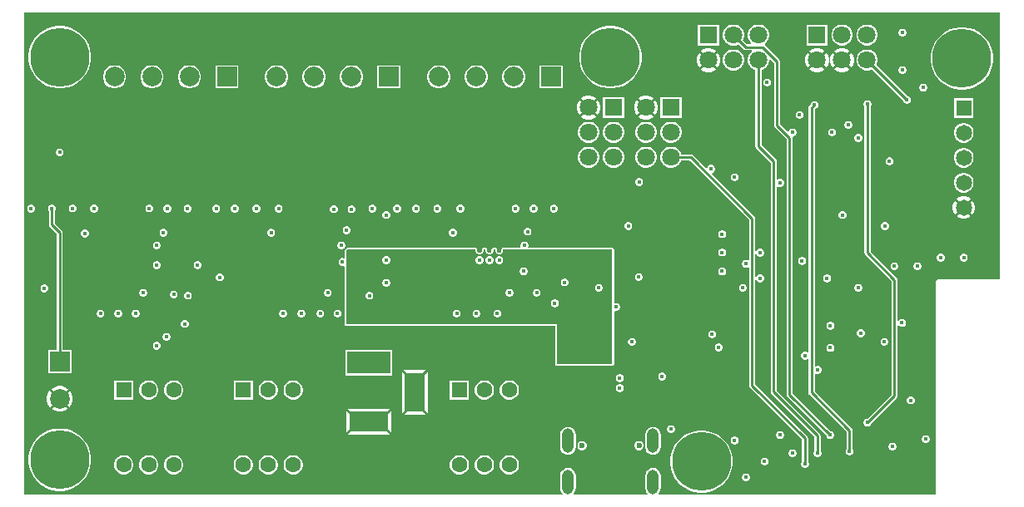
<source format=gbr>
%TF.GenerationSoftware,Altium Limited,Altium Designer,23.4.1 (23)*%
G04 Layer_Physical_Order=6*
G04 Layer_Color=16711680*
%FSLAX26Y26*%
%MOIN*%
%TF.SameCoordinates,8DF2FEB3-C5FF-4098-BA07-91CCA4DB3BA0*%
%TF.FilePolarity,Positive*%
%TF.FileFunction,Copper,L6,Bot,Signal*%
%TF.Part,Single*%
G01*
G75*
%TA.AperFunction,Conductor*%
%ADD32C,0.010000*%
%TA.AperFunction,ComponentPad*%
%ADD36C,0.017716*%
%ADD37C,0.023622*%
%ADD38O,0.047244X0.098425*%
%ADD39C,0.070866*%
%ADD40R,0.070866X0.070866*%
%ADD41C,0.064961*%
%ADD42R,0.064961X0.064961*%
%ADD43C,0.078740*%
%ADD44R,0.078740X0.078740*%
%ADD45R,0.078740X0.078740*%
%ADD46C,0.236220*%
%ADD47R,0.173228X0.086614*%
%ADD48R,0.157480X0.078740*%
%ADD49R,0.078740X0.157480*%
%ADD50C,0.062992*%
%ADD51R,0.062992X0.062992*%
%ADD52R,0.070866X0.070866*%
%TA.AperFunction,ViaPad*%
%ADD53C,0.017716*%
G36*
X3920952Y882198D02*
X3681103D01*
X3674959Y880976D01*
X3669750Y877495D01*
X3666269Y872286D01*
X3665047Y866142D01*
Y16056D01*
X2556801D01*
X2555104Y21056D01*
X2555115Y21066D01*
X2560024Y27462D01*
X2563109Y34912D01*
X2564162Y42906D01*
Y94087D01*
X2563109Y102081D01*
X2560024Y109530D01*
X2555115Y115927D01*
X2548719Y120835D01*
X2541269Y123921D01*
X2533276Y124973D01*
X2525282Y123921D01*
X2517832Y120835D01*
X2511436Y115927D01*
X2506527Y109530D01*
X2503442Y102081D01*
X2502389Y94087D01*
Y42906D01*
X2503442Y34912D01*
X2506527Y27462D01*
X2511436Y21066D01*
X2511448Y21056D01*
X2509750Y16056D01*
X2216250D01*
X2214552Y21056D01*
X2214564Y21066D01*
X2219473Y27462D01*
X2222558Y34912D01*
X2223611Y42906D01*
Y94087D01*
X2222558Y102081D01*
X2219473Y109530D01*
X2214564Y115927D01*
X2208168Y120835D01*
X2200718Y123921D01*
X2192724Y124973D01*
X2184731Y123921D01*
X2177281Y120835D01*
X2170885Y115927D01*
X2165976Y109530D01*
X2162891Y102081D01*
X2161838Y94087D01*
Y42906D01*
X2162891Y34912D01*
X2165976Y27462D01*
X2170885Y21066D01*
X2170896Y21056D01*
X2169199Y16056D01*
X16056D01*
Y1952448D01*
X3920952D01*
Y882198D01*
D02*
G37*
%LPC*%
G36*
X3535241Y1885858D02*
X3528932D01*
X3523104Y1883444D01*
X3518643Y1878983D01*
X3516228Y1873154D01*
Y1866846D01*
X3518643Y1861017D01*
X3523104Y1856556D01*
X3528932Y1854142D01*
X3535241D01*
X3541070Y1856556D01*
X3545530Y1861017D01*
X3547945Y1866846D01*
Y1873154D01*
X3545530Y1878983D01*
X3541070Y1883444D01*
X3535241Y1885858D01*
D02*
G37*
G36*
X2960586Y1902433D02*
X2949414D01*
X2938622Y1899541D01*
X2928945Y1893955D01*
X2921045Y1886054D01*
X2915459Y1876379D01*
X2912567Y1865586D01*
Y1854414D01*
X2915459Y1843621D01*
X2921045Y1833946D01*
X2926189Y1828802D01*
X2924117Y1823802D01*
X2908501D01*
X2892396Y1839907D01*
X2894541Y1843621D01*
X2897433Y1854414D01*
Y1865586D01*
X2894541Y1876379D01*
X2888955Y1886054D01*
X2881055Y1893955D01*
X2871378Y1899541D01*
X2860586Y1902433D01*
X2849414D01*
X2838622Y1899541D01*
X2828945Y1893955D01*
X2821045Y1886054D01*
X2815459Y1876379D01*
X2812567Y1865586D01*
Y1854414D01*
X2815459Y1843621D01*
X2821045Y1833946D01*
X2828945Y1826045D01*
X2838622Y1820459D01*
X2849414Y1817567D01*
X2860586D01*
X2871378Y1820459D01*
X2875093Y1822603D01*
X2894782Y1802915D01*
X2898751Y1800263D01*
X2903433Y1799332D01*
X2928599D01*
X2929893Y1794502D01*
X2928945Y1793955D01*
X2921045Y1786054D01*
X2915459Y1776379D01*
X2912567Y1765586D01*
Y1754414D01*
X2915459Y1743621D01*
X2921045Y1733946D01*
X2928945Y1726045D01*
X2938622Y1720459D01*
X2942765Y1719349D01*
Y1415000D01*
X2943696Y1410318D01*
X2946349Y1406349D01*
X3003443Y1349255D01*
Y429322D01*
X3004374Y424640D01*
X3007026Y420671D01*
X3179584Y248113D01*
Y193372D01*
X3178376Y192164D01*
X3175961Y186335D01*
Y180026D01*
X3178376Y174198D01*
X3182836Y169737D01*
X3188665Y167322D01*
X3194974D01*
X3200802Y169737D01*
X3205263Y174198D01*
X3207678Y180026D01*
Y186335D01*
X3205263Y192164D01*
X3204055Y193372D01*
Y253181D01*
X3203123Y257863D01*
X3200471Y261832D01*
X3027913Y434390D01*
Y1251806D01*
X3032836Y1253954D01*
X3038665Y1251539D01*
X3044974D01*
X3050802Y1253954D01*
X3055263Y1258415D01*
X3057678Y1264243D01*
Y1270552D01*
X3055263Y1276380D01*
X3050802Y1280841D01*
X3044974Y1283256D01*
X3038665D01*
X3032836Y1280841D01*
X3027913Y1282989D01*
Y1354322D01*
X3026981Y1359005D01*
X3024329Y1362974D01*
X2967235Y1420068D01*
Y1719349D01*
X2971378Y1720459D01*
X2981055Y1726045D01*
X2988955Y1733946D01*
X2994541Y1743621D01*
X2997433Y1754414D01*
Y1761688D01*
X3002433Y1763759D01*
X3017765Y1748427D01*
Y1498079D01*
X3018696Y1493396D01*
X3021349Y1489427D01*
X3067765Y1443011D01*
Y418670D01*
X3068696Y413988D01*
X3071349Y410019D01*
X3226749Y254619D01*
Y252909D01*
X3229163Y247081D01*
X3233624Y242620D01*
X3239452Y240205D01*
X3245761D01*
X3251590Y242620D01*
X3256051Y247081D01*
X3258465Y252909D01*
Y259218D01*
X3256051Y265046D01*
X3251590Y269507D01*
X3245761Y271922D01*
X3244052D01*
X3092235Y423738D01*
Y1448079D01*
X3092024Y1449142D01*
X3094974Y1454142D01*
X3100802Y1456556D01*
X3105263Y1461017D01*
X3107677Y1466846D01*
Y1473154D01*
X3105263Y1478983D01*
X3100802Y1483444D01*
X3094974Y1485858D01*
X3088665D01*
X3082836Y1483444D01*
X3078375Y1478983D01*
X3076939Y1475514D01*
X3071342Y1474040D01*
X3042235Y1503147D01*
Y1753495D01*
X3041304Y1758177D01*
X3038651Y1762146D01*
X2980720Y1820078D01*
X2980580Y1820226D01*
X2980950Y1825985D01*
X2981055Y1826045D01*
X2988955Y1833946D01*
X2994541Y1843621D01*
X2997433Y1854414D01*
Y1865586D01*
X2994541Y1876379D01*
X2988955Y1886054D01*
X2981055Y1893955D01*
X2971378Y1899541D01*
X2960586Y1902433D01*
D02*
G37*
G36*
X3395586D02*
X3384414D01*
X3373622Y1899541D01*
X3363945Y1893955D01*
X3356045Y1886054D01*
X3350459Y1876379D01*
X3347567Y1865586D01*
Y1854414D01*
X3350459Y1843621D01*
X3356045Y1833946D01*
X3363945Y1826045D01*
X3373622Y1820459D01*
X3384414Y1817567D01*
X3395586D01*
X3406378Y1820459D01*
X3416055Y1826045D01*
X3423955Y1833946D01*
X3429541Y1843621D01*
X3432433Y1854414D01*
Y1865586D01*
X3429541Y1876379D01*
X3423955Y1886054D01*
X3416055Y1893955D01*
X3406378Y1899541D01*
X3395586Y1902433D01*
D02*
G37*
G36*
X3295586D02*
X3284414D01*
X3273622Y1899541D01*
X3263945Y1893955D01*
X3256045Y1886054D01*
X3250459Y1876379D01*
X3247567Y1865586D01*
Y1854414D01*
X3250459Y1843621D01*
X3256045Y1833946D01*
X3263945Y1826045D01*
X3273622Y1820459D01*
X3284414Y1817567D01*
X3295586D01*
X3306378Y1820459D01*
X3316055Y1826045D01*
X3323955Y1833946D01*
X3329541Y1843621D01*
X3332433Y1854414D01*
Y1865586D01*
X3329541Y1876379D01*
X3323955Y1886054D01*
X3316055Y1893955D01*
X3306378Y1899541D01*
X3295586Y1902433D01*
D02*
G37*
G36*
X3232433D02*
X3147567D01*
Y1817567D01*
X3232433D01*
Y1902433D01*
D02*
G37*
G36*
X2797433D02*
X2712567D01*
Y1817567D01*
X2797433D01*
Y1902433D01*
D02*
G37*
G36*
X3296245Y1807433D02*
X3283755D01*
X3271691Y1804200D01*
X3260876Y1797956D01*
X3259995Y1797076D01*
X3290000Y1767071D01*
X3320005Y1797076D01*
X3319124Y1797956D01*
X3308309Y1804200D01*
X3296245Y1807433D01*
D02*
G37*
G36*
X3196245D02*
X3183755D01*
X3171691Y1804200D01*
X3160876Y1797956D01*
X3159995Y1797076D01*
X3190000Y1767071D01*
X3220005Y1797076D01*
X3219124Y1797956D01*
X3208309Y1804200D01*
X3196245Y1807433D01*
D02*
G37*
G36*
X2761245D02*
X2748755D01*
X2736691Y1804200D01*
X2725876Y1797956D01*
X2724995Y1797076D01*
X2755000Y1767071D01*
X2785005Y1797076D01*
X2784124Y1797956D01*
X2773309Y1804200D01*
X2761245Y1807433D01*
D02*
G37*
G36*
X3327076Y1790005D02*
X3297071Y1760000D01*
X3327076Y1729995D01*
X3327956Y1730876D01*
X3334200Y1741691D01*
X3337433Y1753755D01*
Y1766245D01*
X3334200Y1778309D01*
X3327956Y1789124D01*
X3327076Y1790005D01*
D02*
G37*
G36*
X3227076D02*
X3197071Y1760000D01*
X3227076Y1729995D01*
X3227956Y1730876D01*
X3234200Y1741691D01*
X3237433Y1753755D01*
Y1766245D01*
X3234200Y1778309D01*
X3227956Y1789124D01*
X3227076Y1790005D01*
D02*
G37*
G36*
X2792076D02*
X2762071Y1760000D01*
X2792076Y1729995D01*
X2792956Y1730876D01*
X2799200Y1741691D01*
X2802433Y1753755D01*
Y1766245D01*
X2799200Y1778309D01*
X2792956Y1789124D01*
X2792076Y1790005D01*
D02*
G37*
G36*
X3252924Y1790005D02*
X3252044Y1789124D01*
X3245800Y1778309D01*
X3242567Y1766245D01*
Y1753755D01*
X3245800Y1741691D01*
X3252044Y1730876D01*
X3252924Y1729995D01*
X3282929Y1760000D01*
X3252924Y1790005D01*
D02*
G37*
G36*
X3152924D02*
X3152044Y1789124D01*
X3145800Y1778309D01*
X3142567Y1766245D01*
Y1753755D01*
X3145800Y1741691D01*
X3152044Y1730876D01*
X3152924Y1729995D01*
X3182929Y1760000D01*
X3152924Y1790005D01*
D02*
G37*
G36*
X2717924D02*
X2717044Y1789124D01*
X2710800Y1778309D01*
X2707567Y1766245D01*
Y1753755D01*
X2710800Y1741691D01*
X2717044Y1730876D01*
X2717924Y1729995D01*
X2747929Y1760000D01*
X2717924Y1790005D01*
D02*
G37*
G36*
X2860586Y1802433D02*
X2849414D01*
X2838622Y1799541D01*
X2828945Y1793955D01*
X2821045Y1786054D01*
X2815459Y1776379D01*
X2812567Y1765586D01*
Y1754414D01*
X2815459Y1743621D01*
X2821045Y1733946D01*
X2828945Y1726045D01*
X2838622Y1720459D01*
X2849414Y1717567D01*
X2860586D01*
X2871378Y1720459D01*
X2881055Y1726045D01*
X2888955Y1733946D01*
X2894541Y1743621D01*
X2897433Y1754414D01*
Y1765586D01*
X2894541Y1776379D01*
X2888955Y1786054D01*
X2881055Y1793955D01*
X2871378Y1799541D01*
X2860586Y1802433D01*
D02*
G37*
G36*
X3290000Y1752929D02*
X3259995Y1722924D01*
X3260876Y1722044D01*
X3271691Y1715800D01*
X3283755Y1712567D01*
X3296245D01*
X3308309Y1715800D01*
X3319124Y1722044D01*
X3320005Y1722924D01*
X3290000Y1752929D01*
D02*
G37*
G36*
X3190000D02*
X3159995Y1722924D01*
X3160876Y1722044D01*
X3171691Y1715800D01*
X3183755Y1712567D01*
X3196245D01*
X3208309Y1715800D01*
X3219124Y1722044D01*
X3220005Y1722924D01*
X3190000Y1752929D01*
D02*
G37*
G36*
X2755000D02*
X2724995Y1722924D01*
X2725876Y1722044D01*
X2736691Y1715800D01*
X2748755Y1712567D01*
X2761245D01*
X2773309Y1715800D01*
X2784124Y1722044D01*
X2785005Y1722924D01*
X2755000Y1752929D01*
D02*
G37*
G36*
X3535241Y1735858D02*
X3528932D01*
X3523104Y1733444D01*
X3518643Y1728983D01*
X3516228Y1723154D01*
Y1716846D01*
X3518643Y1711017D01*
X3523104Y1706556D01*
X3528932Y1704142D01*
X3535241D01*
X3541070Y1706556D01*
X3545530Y1711017D01*
X3547945Y1716846D01*
Y1723154D01*
X3545530Y1728983D01*
X3541070Y1733444D01*
X3535241Y1735858D01*
D02*
G37*
G36*
X2993154Y1685858D02*
X2986846D01*
X2981017Y1683444D01*
X2976556Y1678983D01*
X2974142Y1673154D01*
Y1666846D01*
X2976556Y1661017D01*
X2981017Y1656556D01*
X2986846Y1654142D01*
X2993154D01*
X2998983Y1656556D01*
X3003444Y1661017D01*
X3005858Y1666846D01*
Y1673154D01*
X3003444Y1678983D01*
X2998983Y1683444D01*
X2993154Y1685858D01*
D02*
G37*
G36*
X2372051Y1896764D02*
X2352358D01*
X2332908Y1893684D01*
X2314179Y1887598D01*
X2296633Y1878658D01*
X2280701Y1867083D01*
X2266776Y1853158D01*
X2255201Y1837226D01*
X2246260Y1819680D01*
X2240175Y1800951D01*
X2237095Y1781500D01*
Y1761808D01*
X2240175Y1742357D01*
X2246260Y1723628D01*
X2255201Y1706082D01*
X2266776Y1690150D01*
X2280701Y1676225D01*
X2296633Y1664650D01*
X2314179Y1655710D01*
X2332908Y1649624D01*
X2352358Y1646544D01*
X2372051D01*
X2391501Y1649624D01*
X2410230Y1655710D01*
X2427777Y1664650D01*
X2443709Y1676225D01*
X2457633Y1690150D01*
X2469209Y1706082D01*
X2478149Y1723628D01*
X2484234Y1742357D01*
X2487315Y1761808D01*
Y1781500D01*
X2484234Y1800951D01*
X2478149Y1819680D01*
X2469209Y1837226D01*
X2457633Y1853158D01*
X2443709Y1867083D01*
X2427777Y1878658D01*
X2410230Y1887598D01*
X2391501Y1893684D01*
X2372051Y1896764D01*
D02*
G37*
G36*
X167327D02*
X147634D01*
X128184Y1893684D01*
X109455Y1887598D01*
X91909Y1878658D01*
X75977Y1867083D01*
X62052Y1853158D01*
X50477Y1837226D01*
X41537Y1819680D01*
X35451Y1800951D01*
X32371Y1781500D01*
Y1761808D01*
X35451Y1742357D01*
X41537Y1723628D01*
X50477Y1706082D01*
X62052Y1690150D01*
X75977Y1676225D01*
X91909Y1664650D01*
X109455Y1655710D01*
X128184Y1649624D01*
X147634Y1646544D01*
X167327D01*
X186778Y1649624D01*
X205506Y1655710D01*
X223053Y1664650D01*
X238985Y1676225D01*
X252910Y1690150D01*
X264485Y1706082D01*
X273425Y1723628D01*
X279510Y1742357D01*
X282591Y1761808D01*
Y1781500D01*
X279510Y1800951D01*
X273425Y1819680D01*
X264485Y1837226D01*
X252910Y1853158D01*
X238985Y1867083D01*
X223053Y1878658D01*
X205506Y1887598D01*
X186778Y1893684D01*
X167327Y1896764D01*
D02*
G37*
G36*
X2172354Y1739284D02*
X2079614D01*
Y1646543D01*
X2172354D01*
Y1739284D01*
D02*
G37*
G36*
X1982089D02*
X1969880D01*
X1958086Y1736123D01*
X1947512Y1730019D01*
X1938879Y1721385D01*
X1932774Y1710812D01*
X1929614Y1699018D01*
Y1686809D01*
X1932774Y1675015D01*
X1938879Y1664441D01*
X1947512Y1655808D01*
X1958086Y1649703D01*
X1969880Y1646543D01*
X1982089D01*
X1993882Y1649703D01*
X2004456Y1655808D01*
X2013090Y1664441D01*
X2019194Y1675015D01*
X2022354Y1686809D01*
Y1699018D01*
X2019194Y1710812D01*
X2013090Y1721385D01*
X2004456Y1730019D01*
X1993882Y1736123D01*
X1982089Y1739284D01*
D02*
G37*
G36*
X1832089D02*
X1819880D01*
X1808086Y1736123D01*
X1797512Y1730019D01*
X1788879Y1721385D01*
X1782774Y1710812D01*
X1779614Y1699018D01*
Y1686809D01*
X1782774Y1675015D01*
X1788879Y1664441D01*
X1797512Y1655808D01*
X1808086Y1649703D01*
X1819880Y1646543D01*
X1832089D01*
X1843882Y1649703D01*
X1854456Y1655808D01*
X1863090Y1664441D01*
X1869194Y1675015D01*
X1872354Y1686809D01*
Y1699018D01*
X1869194Y1710812D01*
X1863090Y1721385D01*
X1854456Y1730019D01*
X1843882Y1736123D01*
X1832089Y1739284D01*
D02*
G37*
G36*
X1682089D02*
X1669880D01*
X1658086Y1736123D01*
X1647512Y1730019D01*
X1638879Y1721385D01*
X1632774Y1710812D01*
X1629614Y1699018D01*
Y1686809D01*
X1632774Y1675015D01*
X1638879Y1664441D01*
X1647512Y1655808D01*
X1658086Y1649703D01*
X1669880Y1646543D01*
X1682089D01*
X1693882Y1649703D01*
X1704456Y1655808D01*
X1713090Y1664441D01*
X1719194Y1675015D01*
X1722354Y1686809D01*
Y1699018D01*
X1719194Y1710812D01*
X1713090Y1721385D01*
X1704456Y1730019D01*
X1693882Y1736123D01*
X1682089Y1739284D01*
D02*
G37*
G36*
X1522748D02*
X1430008D01*
Y1646543D01*
X1522748D01*
Y1739284D01*
D02*
G37*
G36*
X1332483D02*
X1320273D01*
X1308480Y1736123D01*
X1297906Y1730019D01*
X1289273Y1721385D01*
X1283168Y1710812D01*
X1280008Y1699018D01*
Y1686809D01*
X1283168Y1675015D01*
X1289273Y1664441D01*
X1297906Y1655808D01*
X1308480Y1649703D01*
X1320273Y1646543D01*
X1332483D01*
X1344276Y1649703D01*
X1354850Y1655808D01*
X1363483Y1664441D01*
X1369588Y1675015D01*
X1372748Y1686809D01*
Y1699018D01*
X1369588Y1710812D01*
X1363483Y1721385D01*
X1354850Y1730019D01*
X1344276Y1736123D01*
X1332483Y1739284D01*
D02*
G37*
G36*
X1182483D02*
X1170273D01*
X1158480Y1736123D01*
X1147906Y1730019D01*
X1139273Y1721385D01*
X1133168Y1710812D01*
X1130008Y1699018D01*
Y1686809D01*
X1133168Y1675015D01*
X1139273Y1664441D01*
X1147906Y1655808D01*
X1158480Y1649703D01*
X1170273Y1646543D01*
X1182483D01*
X1194276Y1649703D01*
X1204850Y1655808D01*
X1213483Y1664441D01*
X1219588Y1675015D01*
X1222748Y1686809D01*
Y1699018D01*
X1219588Y1710812D01*
X1213483Y1721385D01*
X1204850Y1730019D01*
X1194276Y1736123D01*
X1182483Y1739284D01*
D02*
G37*
G36*
X1032483D02*
X1020273D01*
X1008480Y1736123D01*
X997906Y1730019D01*
X989273Y1721385D01*
X983168Y1710812D01*
X980008Y1699018D01*
Y1686809D01*
X983168Y1675015D01*
X989273Y1664441D01*
X997906Y1655808D01*
X1008480Y1649703D01*
X1020273Y1646543D01*
X1032483D01*
X1044276Y1649703D01*
X1054850Y1655808D01*
X1063483Y1664441D01*
X1069588Y1675015D01*
X1072748Y1686809D01*
Y1699018D01*
X1069588Y1710812D01*
X1063483Y1721385D01*
X1054850Y1730019D01*
X1044276Y1736123D01*
X1032483Y1739284D01*
D02*
G37*
G36*
X873142D02*
X780402D01*
Y1646543D01*
X873142D01*
Y1739284D01*
D02*
G37*
G36*
X682876D02*
X670667D01*
X658874Y1736123D01*
X648300Y1730019D01*
X639666Y1721385D01*
X633562Y1710812D01*
X630402Y1699018D01*
Y1686809D01*
X633562Y1675015D01*
X639666Y1664441D01*
X648300Y1655808D01*
X658874Y1649703D01*
X670667Y1646543D01*
X682876D01*
X694670Y1649703D01*
X705244Y1655808D01*
X713877Y1664441D01*
X719982Y1675015D01*
X723142Y1686809D01*
Y1699018D01*
X719982Y1710812D01*
X713877Y1721385D01*
X705244Y1730019D01*
X694670Y1736123D01*
X682876Y1739284D01*
D02*
G37*
G36*
X532876D02*
X520667D01*
X508873Y1736123D01*
X498300Y1730019D01*
X489666Y1721385D01*
X483562Y1710812D01*
X480402Y1699018D01*
Y1686809D01*
X483562Y1675015D01*
X489666Y1664441D01*
X498300Y1655808D01*
X508873Y1649703D01*
X520667Y1646543D01*
X532876D01*
X544670Y1649703D01*
X555244Y1655808D01*
X563877Y1664441D01*
X569982Y1675015D01*
X573142Y1686809D01*
Y1699018D01*
X569982Y1710812D01*
X563877Y1721385D01*
X555244Y1730019D01*
X544670Y1736123D01*
X532876Y1739284D01*
D02*
G37*
G36*
X382876D02*
X370667D01*
X358873Y1736123D01*
X348300Y1730019D01*
X339666Y1721385D01*
X333562Y1710812D01*
X330402Y1699018D01*
Y1686809D01*
X333562Y1675015D01*
X339666Y1664441D01*
X348300Y1655808D01*
X358873Y1649703D01*
X370667Y1646543D01*
X382876D01*
X394670Y1649703D01*
X405244Y1655808D01*
X413877Y1664441D01*
X419982Y1675015D01*
X423142Y1686809D01*
Y1699018D01*
X419982Y1710812D01*
X413877Y1721385D01*
X405244Y1730019D01*
X394670Y1736123D01*
X382876Y1739284D01*
D02*
G37*
G36*
X3779847Y1892111D02*
X3760154D01*
X3740704Y1889030D01*
X3721975Y1882945D01*
X3704428Y1874004D01*
X3688497Y1862429D01*
X3674572Y1848504D01*
X3662997Y1832573D01*
X3654056Y1815026D01*
X3647971Y1796297D01*
X3644890Y1776847D01*
Y1757154D01*
X3647971Y1737704D01*
X3654056Y1718975D01*
X3662997Y1701428D01*
X3674572Y1685497D01*
X3688497Y1671572D01*
X3704428Y1659997D01*
X3721975Y1651056D01*
X3740704Y1644971D01*
X3760154Y1641890D01*
X3779847D01*
X3799297Y1644971D01*
X3818026Y1651056D01*
X3835573Y1659997D01*
X3851504Y1671572D01*
X3865429Y1685497D01*
X3877004Y1701428D01*
X3885945Y1718975D01*
X3892030Y1737704D01*
X3895111Y1757154D01*
Y1776847D01*
X3892030Y1796297D01*
X3885945Y1815026D01*
X3877004Y1832573D01*
X3865429Y1848504D01*
X3851504Y1862429D01*
X3835573Y1874004D01*
X3818026Y1882945D01*
X3799297Y1889030D01*
X3779847Y1892111D01*
D02*
G37*
G36*
X3618832Y1665180D02*
X3612523D01*
X3606695Y1662766D01*
X3602234Y1658305D01*
X3599820Y1652477D01*
Y1646168D01*
X3602234Y1640339D01*
X3606695Y1635878D01*
X3612523Y1633464D01*
X3618832D01*
X3624661Y1635878D01*
X3629122Y1640339D01*
X3631536Y1646168D01*
Y1652477D01*
X3629122Y1658305D01*
X3624661Y1662766D01*
X3618832Y1665180D01*
D02*
G37*
G36*
X3395586Y1802433D02*
X3384414D01*
X3373622Y1799541D01*
X3363945Y1793955D01*
X3356045Y1786054D01*
X3350459Y1776379D01*
X3347567Y1765586D01*
Y1754414D01*
X3350459Y1743621D01*
X3356045Y1733946D01*
X3363945Y1726045D01*
X3373622Y1720459D01*
X3384414Y1717567D01*
X3395586D01*
X3406378Y1720459D01*
X3410093Y1722603D01*
X3534142Y1598555D01*
Y1596846D01*
X3536556Y1591017D01*
X3541017Y1586556D01*
X3546846Y1584142D01*
X3553154D01*
X3558983Y1586556D01*
X3563444Y1591017D01*
X3565858Y1596846D01*
Y1603154D01*
X3563444Y1608983D01*
X3558983Y1613444D01*
X3553154Y1615858D01*
X3551445D01*
X3427396Y1739907D01*
X3429541Y1743621D01*
X3432433Y1754414D01*
Y1765586D01*
X3429541Y1776379D01*
X3423955Y1786054D01*
X3416055Y1793955D01*
X3406378Y1799541D01*
X3395586Y1802433D01*
D02*
G37*
G36*
X2281245Y1617433D02*
X2268755D01*
X2256691Y1614200D01*
X2245876Y1607956D01*
X2244995Y1607076D01*
X2275000Y1577071D01*
X2305005Y1607076D01*
X2304124Y1607956D01*
X2293309Y1614200D01*
X2281245Y1617433D01*
D02*
G37*
G36*
X2510659D02*
X2498169D01*
X2486106Y1614200D01*
X2475290Y1607956D01*
X2474409Y1607076D01*
X2504414Y1577071D01*
X2534419Y1607076D01*
X2533539Y1607956D01*
X2522723Y1614200D01*
X2510659Y1617433D01*
D02*
G37*
G36*
X2312076Y1600005D02*
X2282071Y1570000D01*
X2312076Y1539995D01*
X2312956Y1540876D01*
X2319200Y1551691D01*
X2322433Y1563755D01*
Y1576245D01*
X2319200Y1588309D01*
X2312956Y1599124D01*
X2312076Y1600005D01*
D02*
G37*
G36*
X2541490D02*
X2511485Y1570000D01*
X2541490Y1539995D01*
X2542370Y1540876D01*
X2548615Y1551691D01*
X2551847Y1563755D01*
Y1576245D01*
X2548615Y1588309D01*
X2542370Y1599124D01*
X2541490Y1600005D01*
D02*
G37*
G36*
X2467338D02*
X2466458Y1599124D01*
X2460214Y1588309D01*
X2456981Y1576245D01*
Y1563755D01*
X2460214Y1551691D01*
X2466458Y1540876D01*
X2467338Y1539995D01*
X2497343Y1570000D01*
X2467338Y1600005D01*
D02*
G37*
G36*
X2237924Y1600005D02*
X2237044Y1599124D01*
X2230800Y1588309D01*
X2227567Y1576245D01*
Y1563755D01*
X2230800Y1551691D01*
X2237044Y1540876D01*
X2237924Y1539995D01*
X2267929Y1570000D01*
X2237924Y1600005D01*
D02*
G37*
G36*
X3816480Y1608024D02*
X3737519D01*
Y1529063D01*
X3816480D01*
Y1608024D01*
D02*
G37*
G36*
X2646847Y1612433D02*
X2561981D01*
Y1527567D01*
X2646847D01*
Y1612433D01*
D02*
G37*
G36*
X2417433D02*
X2332567D01*
Y1527567D01*
X2417433D01*
Y1612433D01*
D02*
G37*
G36*
X3123154Y1555858D02*
X3116846D01*
X3111017Y1553444D01*
X3106556Y1548983D01*
X3104142Y1543154D01*
Y1536846D01*
X3106556Y1531017D01*
X3111017Y1526556D01*
X3116846Y1524142D01*
X3123154D01*
X3128983Y1526556D01*
X3133444Y1531017D01*
X3135858Y1536846D01*
Y1543154D01*
X3133444Y1548983D01*
X3128983Y1553444D01*
X3123154Y1555858D01*
D02*
G37*
G36*
X2504414Y1562929D02*
X2474410Y1532924D01*
X2475290Y1532044D01*
X2486106Y1525800D01*
X2498169Y1522567D01*
X2510659D01*
X2522723Y1525800D01*
X2533539Y1532044D01*
X2534419Y1532924D01*
X2504414Y1562929D01*
D02*
G37*
G36*
X2275000Y1562929D02*
X2244995Y1532924D01*
X2245876Y1532044D01*
X2256691Y1525800D01*
X2268755Y1522567D01*
X2281245D01*
X2293309Y1525800D01*
X2304124Y1532044D01*
X2305005Y1532925D01*
X2275000Y1562929D01*
D02*
G37*
G36*
X3318154Y1515858D02*
X3311846D01*
X3306017Y1513444D01*
X3301556Y1508983D01*
X3299142Y1503154D01*
Y1496846D01*
X3301556Y1491017D01*
X3306017Y1486556D01*
X3311846Y1484142D01*
X3318154D01*
X3323983Y1486556D01*
X3328444Y1491017D01*
X3330858Y1496846D01*
Y1503154D01*
X3328444Y1508983D01*
X3323983Y1513444D01*
X3318154Y1515858D01*
D02*
G37*
G36*
X3253154Y1485858D02*
X3246846D01*
X3241017Y1483444D01*
X3236556Y1478983D01*
X3234142Y1473154D01*
Y1466846D01*
X3236556Y1461017D01*
X3241017Y1456556D01*
X3246846Y1454142D01*
X3253154D01*
X3258983Y1456556D01*
X3263444Y1461017D01*
X3265858Y1466846D01*
Y1473154D01*
X3263444Y1478983D01*
X3258983Y1483444D01*
X3253154Y1485858D01*
D02*
G37*
G36*
X3358154Y1463937D02*
X3351846D01*
X3346017Y1461523D01*
X3341556Y1457062D01*
X3339142Y1451233D01*
Y1444924D01*
X3341556Y1439096D01*
X3346017Y1434635D01*
X3351846Y1432220D01*
X3358154D01*
X3363983Y1434635D01*
X3368444Y1439096D01*
X3370858Y1444924D01*
Y1451233D01*
X3368444Y1457062D01*
X3363983Y1461523D01*
X3358154Y1463937D01*
D02*
G37*
G36*
X3782197Y1508024D02*
X3771802D01*
X3761761Y1505333D01*
X3752758Y1500135D01*
X3745407Y1492785D01*
X3740210Y1483782D01*
X3737519Y1473741D01*
Y1463346D01*
X3740210Y1453304D01*
X3745407Y1444302D01*
X3752758Y1436951D01*
X3761761Y1431754D01*
X3771802Y1429063D01*
X3782197D01*
X3792238Y1431754D01*
X3801241Y1436951D01*
X3808592Y1444302D01*
X3813789Y1453304D01*
X3816480Y1463346D01*
Y1473741D01*
X3813789Y1483782D01*
X3808592Y1492785D01*
X3801241Y1500135D01*
X3792238Y1505333D01*
X3782197Y1508024D01*
D02*
G37*
G36*
X2610001Y1512433D02*
X2598828D01*
X2588036Y1509541D01*
X2578360Y1503955D01*
X2570459Y1496054D01*
X2564873Y1486379D01*
X2561981Y1475586D01*
Y1464414D01*
X2564873Y1453621D01*
X2570459Y1443946D01*
X2578360Y1436045D01*
X2588036Y1430459D01*
X2598828Y1427567D01*
X2610001D01*
X2620793Y1430459D01*
X2630469Y1436045D01*
X2638369Y1443946D01*
X2643955Y1453621D01*
X2646847Y1464414D01*
Y1475586D01*
X2643955Y1486379D01*
X2638369Y1496054D01*
X2630469Y1503955D01*
X2620793Y1509541D01*
X2610001Y1512433D01*
D02*
G37*
G36*
X2510001D02*
X2498828D01*
X2488036Y1509541D01*
X2478360Y1503955D01*
X2470459Y1496054D01*
X2464873Y1486379D01*
X2461981Y1475586D01*
Y1464414D01*
X2464873Y1453621D01*
X2470459Y1443946D01*
X2478360Y1436045D01*
X2488036Y1430459D01*
X2498828Y1427567D01*
X2510001D01*
X2520793Y1430459D01*
X2530469Y1436045D01*
X2538369Y1443946D01*
X2543955Y1453621D01*
X2546847Y1464414D01*
Y1475586D01*
X2543955Y1486379D01*
X2538369Y1496054D01*
X2530469Y1503955D01*
X2520793Y1509541D01*
X2510001Y1512433D01*
D02*
G37*
G36*
X2380586D02*
X2369414D01*
X2358622Y1509541D01*
X2348945Y1503955D01*
X2341045Y1496054D01*
X2335459Y1486379D01*
X2332567Y1475586D01*
Y1464414D01*
X2335459Y1453621D01*
X2341045Y1443946D01*
X2348945Y1436045D01*
X2358622Y1430459D01*
X2369414Y1427567D01*
X2380586D01*
X2391378Y1430459D01*
X2401055Y1436045D01*
X2408955Y1443946D01*
X2414541Y1453621D01*
X2417433Y1464414D01*
Y1475586D01*
X2414541Y1486379D01*
X2408955Y1496054D01*
X2401055Y1503955D01*
X2391378Y1509541D01*
X2380586Y1512433D01*
D02*
G37*
G36*
X2280586D02*
X2269414D01*
X2258622Y1509541D01*
X2248945Y1503955D01*
X2241045Y1496054D01*
X2235459Y1486379D01*
X2232567Y1475586D01*
Y1464414D01*
X2235459Y1453621D01*
X2241045Y1443946D01*
X2248945Y1436045D01*
X2258622Y1430459D01*
X2269414Y1427567D01*
X2280586D01*
X2291378Y1430459D01*
X2301055Y1436045D01*
X2308955Y1443946D01*
X2314541Y1453621D01*
X2317433Y1464414D01*
Y1475586D01*
X2314541Y1486379D01*
X2308955Y1496054D01*
X2301055Y1503955D01*
X2291378Y1509541D01*
X2280586Y1512433D01*
D02*
G37*
G36*
X160635Y1405858D02*
X154326D01*
X148498Y1403444D01*
X144037Y1398983D01*
X141623Y1393154D01*
Y1386846D01*
X144037Y1381017D01*
X148498Y1376556D01*
X154326Y1374142D01*
X160635D01*
X166464Y1376556D01*
X170925Y1381017D01*
X173339Y1386846D01*
Y1393154D01*
X170925Y1398983D01*
X166464Y1403444D01*
X160635Y1405858D01*
D02*
G37*
G36*
X3483154Y1369401D02*
X3476846D01*
X3471017Y1366987D01*
X3466556Y1362526D01*
X3464142Y1356698D01*
Y1350389D01*
X3466556Y1344560D01*
X3471017Y1340099D01*
X3476846Y1337685D01*
X3483154D01*
X3488983Y1340099D01*
X3493444Y1344560D01*
X3495858Y1350389D01*
Y1356698D01*
X3493444Y1362526D01*
X3488983Y1366987D01*
X3483154Y1369401D01*
D02*
G37*
G36*
X3782197Y1408024D02*
X3771802D01*
X3761761Y1405333D01*
X3752758Y1400135D01*
X3745407Y1392785D01*
X3740210Y1383782D01*
X3737519Y1373741D01*
Y1363346D01*
X3740210Y1353304D01*
X3745407Y1344302D01*
X3752758Y1336951D01*
X3761761Y1331754D01*
X3771802Y1329063D01*
X3782197D01*
X3792238Y1331754D01*
X3801241Y1336951D01*
X3808592Y1344302D01*
X3813789Y1353304D01*
X3816480Y1363346D01*
Y1373741D01*
X3813789Y1383782D01*
X3808592Y1392785D01*
X3801241Y1400135D01*
X3792238Y1405333D01*
X3782197Y1408024D01*
D02*
G37*
G36*
X2510001Y1412433D02*
X2498828D01*
X2488036Y1409541D01*
X2478360Y1403955D01*
X2470459Y1396054D01*
X2464873Y1386379D01*
X2461981Y1375586D01*
Y1364414D01*
X2464873Y1353621D01*
X2470459Y1343946D01*
X2478360Y1336045D01*
X2488036Y1330459D01*
X2498828Y1327567D01*
X2510001D01*
X2520793Y1330459D01*
X2530469Y1336045D01*
X2538369Y1343946D01*
X2543955Y1353621D01*
X2546847Y1364414D01*
Y1375586D01*
X2543955Y1386379D01*
X2538369Y1396054D01*
X2530469Y1403955D01*
X2520793Y1409541D01*
X2510001Y1412433D01*
D02*
G37*
G36*
X2380586D02*
X2369414D01*
X2358622Y1409541D01*
X2348945Y1403955D01*
X2341045Y1396054D01*
X2335459Y1386379D01*
X2332567Y1375586D01*
Y1364414D01*
X2335459Y1353621D01*
X2341045Y1343946D01*
X2348945Y1336045D01*
X2358622Y1330459D01*
X2369414Y1327567D01*
X2380586D01*
X2391378Y1330459D01*
X2401055Y1336045D01*
X2408955Y1343946D01*
X2414541Y1353621D01*
X2417433Y1364414D01*
Y1375586D01*
X2414541Y1386379D01*
X2408955Y1396054D01*
X2401055Y1403955D01*
X2391378Y1409541D01*
X2380586Y1412433D01*
D02*
G37*
G36*
X2280586D02*
X2269414D01*
X2258622Y1409541D01*
X2248945Y1403955D01*
X2241045Y1396054D01*
X2235459Y1386379D01*
X2232567Y1375586D01*
Y1364414D01*
X2235459Y1353621D01*
X2241045Y1343946D01*
X2248945Y1336045D01*
X2258622Y1330459D01*
X2269414Y1327567D01*
X2280586D01*
X2291378Y1330459D01*
X2301055Y1336045D01*
X2308955Y1343946D01*
X2314541Y1353621D01*
X2317433Y1364414D01*
Y1375586D01*
X2314541Y1386379D01*
X2308955Y1396054D01*
X2301055Y1403955D01*
X2291378Y1409541D01*
X2280586Y1412433D01*
D02*
G37*
G36*
X2863154Y1305858D02*
X2856846D01*
X2851017Y1303444D01*
X2846556Y1298983D01*
X2844142Y1293154D01*
Y1286846D01*
X2846556Y1281017D01*
X2851017Y1276556D01*
X2856846Y1274142D01*
X2863154D01*
X2868983Y1276556D01*
X2873444Y1281017D01*
X2875858Y1286846D01*
Y1293154D01*
X2873444Y1298983D01*
X2868983Y1303444D01*
X2863154Y1305858D01*
D02*
G37*
G36*
X2480695Y1286503D02*
X2474386D01*
X2468557Y1284089D01*
X2464096Y1279628D01*
X2461682Y1273799D01*
Y1267490D01*
X2464096Y1261662D01*
X2468557Y1257201D01*
X2474386Y1254786D01*
X2480695D01*
X2486523Y1257201D01*
X2490984Y1261662D01*
X2493398Y1267490D01*
Y1273799D01*
X2490984Y1279628D01*
X2486523Y1284089D01*
X2480695Y1286503D01*
D02*
G37*
G36*
X3782197Y1308024D02*
X3771802D01*
X3761761Y1305333D01*
X3752758Y1300135D01*
X3745407Y1292785D01*
X3740210Y1283782D01*
X3737519Y1273741D01*
Y1263346D01*
X3740210Y1253304D01*
X3745407Y1244302D01*
X3752758Y1236951D01*
X3761761Y1231754D01*
X3771802Y1229063D01*
X3782197D01*
X3792238Y1231754D01*
X3801241Y1236951D01*
X3808592Y1244302D01*
X3813789Y1253304D01*
X3816480Y1263346D01*
Y1273741D01*
X3813789Y1283782D01*
X3808592Y1292785D01*
X3801241Y1300135D01*
X3792238Y1305333D01*
X3782197Y1308024D01*
D02*
G37*
G36*
X3782855Y1213024D02*
X3771144D01*
X3759831Y1209992D01*
X3749688Y1204136D01*
X3749083Y1203531D01*
X3777000Y1175614D01*
X3804916Y1203531D01*
X3804311Y1204136D01*
X3794168Y1209992D01*
X3782855Y1213024D01*
D02*
G37*
G36*
X519424Y1181023D02*
X513116D01*
X507287Y1178608D01*
X502826Y1174147D01*
X500412Y1168319D01*
Y1162010D01*
X502826Y1156181D01*
X507287Y1151720D01*
X513116Y1149306D01*
X519424D01*
X525253Y1151720D01*
X529714Y1156181D01*
X532128Y1162010D01*
Y1168319D01*
X529714Y1174147D01*
X525253Y1178608D01*
X519424Y1181023D01*
D02*
G37*
G36*
X213054D02*
X206745D01*
X200917Y1178608D01*
X196456Y1174147D01*
X194042Y1168319D01*
Y1162010D01*
X196456Y1156181D01*
X200917Y1151720D01*
X206745Y1149306D01*
X213054D01*
X218883Y1151720D01*
X223344Y1156181D01*
X225758Y1162010D01*
Y1168319D01*
X223344Y1174147D01*
X218883Y1178608D01*
X213054Y1181023D01*
D02*
G37*
G36*
X1412456Y1180204D02*
X1406147D01*
X1400319Y1177790D01*
X1395858Y1173329D01*
X1393444Y1167500D01*
Y1161191D01*
X1395858Y1155363D01*
X1400319Y1150902D01*
X1406147Y1148488D01*
X1412456D01*
X1418285Y1150902D01*
X1422746Y1155363D01*
X1425160Y1161191D01*
Y1167500D01*
X1422746Y1173329D01*
X1418285Y1177790D01*
X1412456Y1180204D01*
D02*
G37*
G36*
X947580D02*
X941271D01*
X935443Y1177790D01*
X930982Y1173329D01*
X928567Y1167500D01*
Y1161191D01*
X930982Y1155363D01*
X935443Y1150902D01*
X941271Y1148488D01*
X947580D01*
X953409Y1150902D01*
X957870Y1155363D01*
X960284Y1161191D01*
Y1167500D01*
X957870Y1173329D01*
X953409Y1177790D01*
X947580Y1180204D01*
D02*
G37*
G36*
X862123D02*
X855815D01*
X849986Y1177790D01*
X845525Y1173329D01*
X843111Y1167500D01*
Y1161191D01*
X845525Y1155363D01*
X849986Y1150902D01*
X855815Y1148488D01*
X862123D01*
X867952Y1150902D01*
X872413Y1155363D01*
X874827Y1161191D01*
Y1167500D01*
X872413Y1173329D01*
X867952Y1177790D01*
X862123Y1180204D01*
D02*
G37*
G36*
X787123D02*
X780815D01*
X774986Y1177790D01*
X770525Y1173329D01*
X768111Y1167500D01*
Y1161191D01*
X770525Y1155363D01*
X774986Y1150902D01*
X780815Y1148488D01*
X787123D01*
X792952Y1150902D01*
X797413Y1155363D01*
X799827Y1161191D01*
Y1167500D01*
X797413Y1173329D01*
X792952Y1177790D01*
X787123Y1180204D01*
D02*
G37*
G36*
X673054D02*
X666745D01*
X660917Y1177790D01*
X656456Y1173329D01*
X654042Y1167500D01*
Y1161191D01*
X656456Y1155363D01*
X660917Y1150902D01*
X666745Y1148488D01*
X673054D01*
X678883Y1150902D01*
X683344Y1155363D01*
X685758Y1161191D01*
Y1167500D01*
X683344Y1173329D01*
X678883Y1177790D01*
X673054Y1180204D01*
D02*
G37*
G36*
X591054D02*
X584745D01*
X578917Y1177790D01*
X574456Y1173329D01*
X572042Y1167500D01*
Y1161191D01*
X574456Y1155363D01*
X578917Y1150902D01*
X584745Y1148488D01*
X591054D01*
X596883Y1150902D01*
X601344Y1155363D01*
X603758Y1161191D01*
Y1167500D01*
X601344Y1173329D01*
X596883Y1177790D01*
X591054Y1180204D01*
D02*
G37*
G36*
X298424D02*
X292116D01*
X286287Y1177790D01*
X281826Y1173329D01*
X279412Y1167500D01*
Y1161191D01*
X281826Y1155363D01*
X286287Y1150902D01*
X292116Y1148488D01*
X298424D01*
X304253Y1150902D01*
X308714Y1155363D01*
X311128Y1161191D01*
Y1167500D01*
X308714Y1173329D01*
X304253Y1177790D01*
X298424Y1180204D01*
D02*
G37*
G36*
X46155D02*
X39846D01*
X34017Y1177790D01*
X29557Y1173329D01*
X27142Y1167500D01*
Y1161191D01*
X29557Y1155363D01*
X34017Y1150902D01*
X39846Y1148488D01*
X46155D01*
X51983Y1150902D01*
X56444Y1155363D01*
X58859Y1161191D01*
Y1167500D01*
X56444Y1173329D01*
X51983Y1177790D01*
X46155Y1180204D01*
D02*
G37*
G36*
X2139635Y1180062D02*
X2133326D01*
X2127498Y1177647D01*
X2123037Y1173186D01*
X2120623Y1167358D01*
Y1161049D01*
X2123037Y1155220D01*
X2127498Y1150759D01*
X2133326Y1148345D01*
X2139635D01*
X2145464Y1150759D01*
X2149925Y1155220D01*
X2152339Y1161049D01*
Y1167358D01*
X2149925Y1173186D01*
X2145464Y1177647D01*
X2139635Y1180062D01*
D02*
G37*
G36*
X2057635D02*
X2051326D01*
X2045498Y1177647D01*
X2041037Y1173186D01*
X2038623Y1167358D01*
Y1161049D01*
X2041037Y1155220D01*
X2045498Y1150759D01*
X2051326Y1148345D01*
X2057635D01*
X2063464Y1150759D01*
X2067925Y1155220D01*
X2070339Y1161049D01*
Y1167358D01*
X2067925Y1173186D01*
X2063464Y1177647D01*
X2057635Y1180062D01*
D02*
G37*
G36*
X1986005D02*
X1979697D01*
X1973868Y1177647D01*
X1969407Y1173186D01*
X1966993Y1167358D01*
Y1161049D01*
X1969407Y1155220D01*
X1973868Y1150759D01*
X1979697Y1148345D01*
X1986005D01*
X1991834Y1150759D01*
X1996295Y1155220D01*
X1998709Y1161049D01*
Y1167358D01*
X1996295Y1173186D01*
X1991834Y1177647D01*
X1986005Y1180062D01*
D02*
G37*
G36*
X1765005D02*
X1758697D01*
X1752868Y1177647D01*
X1748407Y1173186D01*
X1745993Y1167358D01*
Y1161049D01*
X1748407Y1155220D01*
X1752868Y1150759D01*
X1758697Y1148345D01*
X1765005D01*
X1770834Y1150759D01*
X1775295Y1155220D01*
X1777709Y1161049D01*
Y1167358D01*
X1775295Y1173186D01*
X1770834Y1177647D01*
X1765005Y1180062D01*
D02*
G37*
G36*
X1672611D02*
X1666302D01*
X1660474Y1177647D01*
X1656013Y1173186D01*
X1653599Y1167358D01*
Y1161049D01*
X1656013Y1155220D01*
X1660474Y1150759D01*
X1666302Y1148345D01*
X1672611D01*
X1678440Y1150759D01*
X1682901Y1155220D01*
X1685315Y1161049D01*
Y1167358D01*
X1682901Y1173186D01*
X1678440Y1177647D01*
X1672611Y1180062D01*
D02*
G37*
G36*
X1587154D02*
X1580846D01*
X1575017Y1177647D01*
X1570556Y1173186D01*
X1568142Y1167358D01*
Y1161049D01*
X1570556Y1155220D01*
X1575017Y1150759D01*
X1580846Y1148345D01*
X1587154D01*
X1592983Y1150759D01*
X1597444Y1155220D01*
X1599858Y1161049D01*
Y1167358D01*
X1597444Y1173186D01*
X1592983Y1177647D01*
X1587154Y1180062D01*
D02*
G37*
G36*
X1512154D02*
X1505846D01*
X1500017Y1177647D01*
X1495556Y1173186D01*
X1493142Y1167358D01*
Y1161049D01*
X1495556Y1155220D01*
X1500017Y1150759D01*
X1505846Y1148345D01*
X1512154D01*
X1517983Y1150759D01*
X1522444Y1155220D01*
X1524858Y1161049D01*
Y1167358D01*
X1522444Y1173186D01*
X1517983Y1177647D01*
X1512154Y1180062D01*
D02*
G37*
G36*
X1037149D02*
X1030840D01*
X1025012Y1177647D01*
X1020551Y1173186D01*
X1018136Y1167358D01*
Y1161049D01*
X1020551Y1155220D01*
X1025012Y1150759D01*
X1030840Y1148345D01*
X1037149D01*
X1042978Y1150759D01*
X1047439Y1155220D01*
X1049853Y1161049D01*
Y1167358D01*
X1047439Y1173186D01*
X1042978Y1177647D01*
X1037149Y1180062D01*
D02*
G37*
G36*
X1329779Y1178030D02*
X1323470D01*
X1317642Y1175616D01*
X1313181Y1171155D01*
X1310766Y1165327D01*
Y1159018D01*
X1313181Y1153189D01*
X1317642Y1148728D01*
X1323470Y1146314D01*
X1329779D01*
X1335608Y1148728D01*
X1340069Y1153189D01*
X1342483Y1159018D01*
Y1165327D01*
X1340069Y1171155D01*
X1335608Y1175616D01*
X1329779Y1178030D01*
D02*
G37*
G36*
X1258149D02*
X1251840D01*
X1246012Y1175616D01*
X1241551Y1171155D01*
X1239137Y1165327D01*
Y1159018D01*
X1241551Y1153189D01*
X1246012Y1148728D01*
X1251840Y1146314D01*
X1258149D01*
X1263978Y1148728D01*
X1268439Y1153189D01*
X1270853Y1159018D01*
Y1165327D01*
X1268439Y1171155D01*
X1263978Y1175616D01*
X1258149Y1178030D01*
D02*
G37*
G36*
X3811987Y1196460D02*
X3784071Y1168543D01*
X3811988Y1140627D01*
X3812593Y1141232D01*
X3818448Y1151375D01*
X3821480Y1162687D01*
Y1174399D01*
X3818448Y1185712D01*
X3812593Y1195855D01*
X3811987Y1196460D01*
D02*
G37*
G36*
X3742012Y1196460D02*
X3741406Y1195855D01*
X3735550Y1185712D01*
X3732519Y1174399D01*
Y1162687D01*
X3735550Y1151375D01*
X3741406Y1141232D01*
X3742012Y1140626D01*
X3769929Y1168543D01*
X3742012Y1196460D01*
D02*
G37*
G36*
X3777000Y1161472D02*
X3749083Y1133555D01*
X3749688Y1132950D01*
X3759831Y1127094D01*
X3771144Y1124063D01*
X3782855D01*
X3794168Y1127094D01*
X3804311Y1132950D01*
X3804916Y1133556D01*
X3777000Y1161472D01*
D02*
G37*
G36*
X3294974Y1154437D02*
X3288665D01*
X3282836Y1152023D01*
X3278376Y1147562D01*
X3275961Y1141733D01*
Y1135424D01*
X3278376Y1129596D01*
X3282836Y1125135D01*
X3288665Y1122720D01*
X3294974D01*
X3300802Y1125135D01*
X3305263Y1129596D01*
X3307678Y1135424D01*
Y1141733D01*
X3305263Y1147562D01*
X3300802Y1152023D01*
X3294974Y1154437D01*
D02*
G37*
G36*
X1468154Y1154437D02*
X1461846D01*
X1456017Y1152022D01*
X1451556Y1147561D01*
X1449142Y1141733D01*
Y1135424D01*
X1451556Y1129595D01*
X1456017Y1125134D01*
X1461846Y1122720D01*
X1468154D01*
X1473983Y1125134D01*
X1478444Y1129595D01*
X1480858Y1135424D01*
Y1141733D01*
X1478444Y1147561D01*
X1473983Y1152022D01*
X1468154Y1154437D01*
D02*
G37*
G36*
X2437257Y1110944D02*
X2430948D01*
X2425119Y1108529D01*
X2420659Y1104069D01*
X2418244Y1098240D01*
Y1091931D01*
X2420659Y1086102D01*
X2425119Y1081642D01*
X2430948Y1079227D01*
X2437257D01*
X2443085Y1081642D01*
X2447546Y1086102D01*
X2449961Y1091931D01*
Y1098240D01*
X2447546Y1104069D01*
X2443085Y1108529D01*
X2437257Y1110944D01*
D02*
G37*
G36*
X3464733Y1110618D02*
X3458425D01*
X3452596Y1108204D01*
X3448135Y1103743D01*
X3445721Y1097914D01*
Y1091605D01*
X3448135Y1085777D01*
X3452596Y1081316D01*
X3458425Y1078901D01*
X3464733D01*
X3470562Y1081316D01*
X3475023Y1085777D01*
X3477437Y1091605D01*
Y1097914D01*
X3475023Y1103743D01*
X3470562Y1108204D01*
X3464733Y1110618D01*
D02*
G37*
G36*
X1309155Y1093859D02*
X1302846D01*
X1297017Y1091444D01*
X1292557Y1086984D01*
X1290142Y1081155D01*
Y1074846D01*
X1292557Y1069017D01*
X1297017Y1064557D01*
X1302846Y1062142D01*
X1309155D01*
X1314984Y1064557D01*
X1319444Y1069017D01*
X1321859Y1074846D01*
Y1081155D01*
X1319444Y1086984D01*
X1314984Y1091444D01*
X1309155Y1093859D01*
D02*
G37*
G36*
X2033974Y1088182D02*
X2027665D01*
X2021836Y1085767D01*
X2017376Y1081306D01*
X2014961Y1075478D01*
Y1069169D01*
X2017376Y1063341D01*
X2021836Y1058880D01*
X2027665Y1056465D01*
X2033974D01*
X2039802Y1058880D01*
X2044263Y1063341D01*
X2046678Y1069169D01*
Y1075478D01*
X2044263Y1081306D01*
X2039802Y1085767D01*
X2033974Y1088182D01*
D02*
G37*
G36*
X1735005Y1083859D02*
X1728697D01*
X1722868Y1081444D01*
X1718407Y1076984D01*
X1715993Y1071155D01*
Y1064846D01*
X1718407Y1059017D01*
X1722868Y1054557D01*
X1728697Y1052142D01*
X1735005D01*
X1740834Y1054557D01*
X1745295Y1059017D01*
X1747709Y1064846D01*
Y1071155D01*
X1745295Y1076984D01*
X1740834Y1081444D01*
X1735005Y1083859D01*
D02*
G37*
G36*
X1007149D02*
X1000840D01*
X995012Y1081444D01*
X990551Y1076984D01*
X988136Y1071155D01*
Y1064846D01*
X990551Y1059017D01*
X995012Y1054557D01*
X1000840Y1052142D01*
X1007149D01*
X1012978Y1054557D01*
X1017439Y1059017D01*
X1019853Y1064846D01*
Y1071155D01*
X1017439Y1076984D01*
X1012978Y1081444D01*
X1007149Y1083859D01*
D02*
G37*
G36*
X576054D02*
X569745D01*
X563917Y1081444D01*
X559456Y1076984D01*
X557042Y1071155D01*
Y1064846D01*
X559456Y1059017D01*
X563917Y1054557D01*
X569745Y1052142D01*
X576054D01*
X581883Y1054557D01*
X586344Y1059017D01*
X588758Y1064846D01*
Y1071155D01*
X586344Y1076984D01*
X581883Y1081444D01*
X576054Y1083859D01*
D02*
G37*
G36*
X262155Y1080859D02*
X255846D01*
X250018Y1078444D01*
X245557Y1073984D01*
X243142Y1068155D01*
Y1061846D01*
X245557Y1056017D01*
X250018Y1051557D01*
X255846Y1049142D01*
X262155D01*
X267983Y1051557D01*
X272444Y1056017D01*
X274859Y1061846D01*
Y1068155D01*
X272444Y1073984D01*
X267983Y1078444D01*
X262155Y1080859D01*
D02*
G37*
G36*
X2813154Y1078182D02*
X2806846D01*
X2801017Y1075767D01*
X2796556Y1071306D01*
X2794142Y1065478D01*
Y1059169D01*
X2796556Y1053341D01*
X2801017Y1048880D01*
X2806846Y1046465D01*
X2813154D01*
X2818983Y1048880D01*
X2823444Y1053341D01*
X2825858Y1059169D01*
Y1065478D01*
X2823444Y1071306D01*
X2818983Y1075767D01*
X2813154Y1078182D01*
D02*
G37*
G36*
X2021005Y1032204D02*
X2014697D01*
X2008868Y1029789D01*
X2004407Y1025328D01*
X2001993Y1019500D01*
Y1013191D01*
X2002429Y1012137D01*
X1999088Y1007137D01*
X1933203D01*
X1932514Y1007000D01*
X1931811Y1007000D01*
X1931161Y1006731D01*
X1930472Y1006594D01*
X1929888Y1006203D01*
X1929238Y1005934D01*
X1928741Y1005438D01*
X1928156Y1005047D01*
X1927766Y1004462D01*
X1927269Y1003966D01*
X1927145Y1003780D01*
X1926876Y1003130D01*
X1926485Y1002546D01*
X1926348Y1001857D01*
X1926079Y1001207D01*
X1926079Y1000504D01*
X1925942Y999815D01*
Y994926D01*
X1924614Y991720D01*
X1922161Y989267D01*
X1918956Y987939D01*
X1915486D01*
X1912281Y989267D01*
X1909828Y991720D01*
X1908500Y994926D01*
Y999815D01*
X1908363Y1000504D01*
X1908363Y1001207D01*
X1908094Y1001857D01*
X1907957Y1002546D01*
X1907566Y1003130D01*
X1907297Y1003780D01*
X1907173Y1003966D01*
X1906676Y1004462D01*
X1906286Y1005047D01*
X1905701Y1005438D01*
X1905204Y1005934D01*
X1904554Y1006203D01*
X1903970Y1006594D01*
X1903281Y1006731D01*
X1902631Y1007000D01*
X1901928Y1007000D01*
X1901239Y1007137D01*
X1893833D01*
X1893144Y1007000D01*
X1892441Y1007000D01*
X1891791Y1006731D01*
X1891102Y1006594D01*
X1890517Y1006203D01*
X1889868Y1005934D01*
X1889371Y1005438D01*
X1888786Y1005047D01*
X1888396Y1004462D01*
X1887899Y1003966D01*
X1887775Y1003780D01*
X1887506Y1003130D01*
X1887115Y1002546D01*
X1886978Y1001857D01*
X1886709Y1001207D01*
X1886709Y1000504D01*
X1886572Y999815D01*
Y994926D01*
X1885244Y991720D01*
X1882791Y989267D01*
X1879586Y987939D01*
X1876116D01*
X1872911Y989267D01*
X1870457Y991720D01*
X1869130Y994926D01*
Y999815D01*
X1868993Y1000504D01*
X1868993Y1001207D01*
X1868724Y1001857D01*
X1868586Y1002546D01*
X1868196Y1003130D01*
X1867927Y1003780D01*
X1867803Y1003966D01*
X1867306Y1004462D01*
X1866916Y1005047D01*
X1866331Y1005438D01*
X1865833Y1005934D01*
X1865184Y1006203D01*
X1864600Y1006594D01*
X1863910Y1006731D01*
X1863261Y1007000D01*
X1862558Y1007000D01*
X1861869Y1007137D01*
X1854463D01*
X1853774Y1007000D01*
X1853071Y1007000D01*
X1852421Y1006731D01*
X1851732Y1006594D01*
X1851147Y1006203D01*
X1850498Y1005934D01*
X1850001Y1005438D01*
X1849416Y1005047D01*
X1849026Y1004462D01*
X1848529Y1003966D01*
X1848405Y1003780D01*
X1848136Y1003130D01*
X1847745Y1002546D01*
X1847608Y1001857D01*
X1847339Y1001207D01*
X1847339Y1000504D01*
X1847202Y999815D01*
Y994926D01*
X1845874Y991720D01*
X1843421Y989267D01*
X1840216Y987939D01*
X1836746D01*
X1833541Y989267D01*
X1831087Y991720D01*
X1829760Y994926D01*
Y999815D01*
X1829622Y1000504D01*
X1829622Y1001207D01*
X1829353Y1001857D01*
X1829216Y1002546D01*
X1828826Y1003130D01*
X1828557Y1003780D01*
X1828433Y1003966D01*
X1827936Y1004462D01*
X1827545Y1005047D01*
X1826960Y1005438D01*
X1826463Y1005934D01*
X1825814Y1006203D01*
X1825230Y1006594D01*
X1824540Y1006731D01*
X1823891Y1007000D01*
X1823188Y1007000D01*
X1822499Y1007137D01*
X1310000D01*
X1307269Y1006594D01*
X1304953Y1005047D01*
X1300954Y1001047D01*
X1299407Y998732D01*
X1298863Y996000D01*
Y968882D01*
X1293863Y965542D01*
X1292740Y966007D01*
X1286431D01*
X1280603Y963592D01*
X1276142Y959131D01*
X1273728Y953303D01*
Y946994D01*
X1276142Y941165D01*
X1280603Y936705D01*
X1286431Y934290D01*
X1292740D01*
X1293863Y934755D01*
X1298863Y931415D01*
Y700000D01*
X1299407Y697269D01*
X1300954Y694953D01*
X1303269Y693406D01*
X1306001Y692863D01*
X2142863D01*
Y540000D01*
X2143406Y537269D01*
X2144953Y534953D01*
X2147269Y533406D01*
X2150000Y532863D01*
X2370000D01*
X2372731Y533406D01*
X2375047Y534953D01*
X2376594Y537269D01*
X2377137Y540000D01*
Y751592D01*
X2381294Y754370D01*
X2381846Y754142D01*
X2388154D01*
X2393983Y756556D01*
X2398444Y761017D01*
X2400858Y766846D01*
Y773154D01*
X2398444Y778983D01*
X2393983Y783444D01*
X2388154Y785858D01*
X2381846D01*
X2381294Y785630D01*
X2377137Y788408D01*
Y1000000D01*
X2376594Y1002731D01*
X2375047Y1005047D01*
X2372731Y1006594D01*
X2370000Y1007137D01*
X2036613D01*
X2033273Y1012137D01*
X2033709Y1013191D01*
Y1019500D01*
X2031295Y1025328D01*
X2026834Y1029789D01*
X2021005Y1032204D01*
D02*
G37*
G36*
X1288204D02*
X1281896D01*
X1276067Y1029789D01*
X1271606Y1025328D01*
X1269192Y1019500D01*
Y1013191D01*
X1271606Y1007362D01*
X1276067Y1002901D01*
X1281896Y1000487D01*
X1288204D01*
X1294033Y1002901D01*
X1298494Y1007362D01*
X1300908Y1013191D01*
Y1019500D01*
X1298494Y1025328D01*
X1294033Y1029789D01*
X1288204Y1032204D01*
D02*
G37*
G36*
X549480D02*
X543171D01*
X537342Y1029789D01*
X532881Y1025328D01*
X530467Y1019500D01*
Y1013191D01*
X532881Y1007362D01*
X537342Y1002901D01*
X543171Y1000487D01*
X549480D01*
X555308Y1002901D01*
X559769Y1007362D01*
X562183Y1013191D01*
Y1019500D01*
X559769Y1025328D01*
X555308Y1029789D01*
X549480Y1032204D01*
D02*
G37*
G36*
X2813154Y1004560D02*
X2806846D01*
X2801017Y1002145D01*
X2796556Y997684D01*
X2794142Y991856D01*
Y985547D01*
X2796556Y979718D01*
X2801017Y975258D01*
X2806846Y972843D01*
X2813154D01*
X2818983Y975258D01*
X2823444Y979718D01*
X2825858Y985547D01*
Y991856D01*
X2823444Y997684D01*
X2818983Y1002145D01*
X2813154Y1004560D01*
D02*
G37*
G36*
X2610001Y1412433D02*
X2598828D01*
X2588036Y1409541D01*
X2578360Y1403955D01*
X2570459Y1396054D01*
X2564873Y1386379D01*
X2561981Y1375586D01*
Y1364414D01*
X2564873Y1353621D01*
X2570459Y1343946D01*
X2578360Y1336045D01*
X2588036Y1330459D01*
X2598828Y1327567D01*
X2610001D01*
X2620793Y1330459D01*
X2630469Y1336045D01*
X2638369Y1343946D01*
X2643955Y1353621D01*
X2645066Y1357765D01*
X2679932D01*
X2917765Y1119932D01*
Y958908D01*
X2912765Y956664D01*
X2908150Y958575D01*
X2901841D01*
X2896013Y956161D01*
X2891552Y951700D01*
X2889138Y945872D01*
Y939563D01*
X2891552Y933734D01*
X2896013Y929273D01*
X2901841Y926859D01*
X2908150D01*
X2912765Y928770D01*
X2917765Y926526D01*
Y455000D01*
X2918696Y450318D01*
X2921349Y446349D01*
X3129584Y238113D01*
Y150192D01*
X3128376Y148983D01*
X3125961Y143154D01*
Y136846D01*
X3128376Y131017D01*
X3132836Y126556D01*
X3138665Y124142D01*
X3144974D01*
X3150802Y126556D01*
X3155263Y131017D01*
X3157678Y136846D01*
Y143154D01*
X3155263Y148983D01*
X3154055Y150192D01*
Y243181D01*
X3153123Y247863D01*
X3150471Y251832D01*
X2942235Y460068D01*
Y877785D01*
X2947235Y878780D01*
X2948380Y876017D01*
X2952840Y871556D01*
X2958669Y869142D01*
X2964978D01*
X2970807Y871556D01*
X2975267Y876017D01*
X2977682Y881846D01*
Y888154D01*
X2975267Y893983D01*
X2970807Y898444D01*
X2964978Y900858D01*
X2958669D01*
X2952840Y898444D01*
X2948380Y893983D01*
X2947235Y891220D01*
X2942235Y892215D01*
Y979558D01*
X2947235Y980552D01*
X2948380Y977789D01*
X2952840Y973328D01*
X2958669Y970914D01*
X2964978D01*
X2970807Y973328D01*
X2975267Y977789D01*
X2977682Y983618D01*
Y989927D01*
X2975267Y995755D01*
X2970807Y1000216D01*
X2964978Y1002630D01*
X2958669D01*
X2952840Y1000216D01*
X2948380Y995755D01*
X2947235Y992992D01*
X2942235Y993987D01*
Y1125000D01*
X2941304Y1129682D01*
X2938651Y1133651D01*
X2769237Y1303066D01*
X2770654Y1308720D01*
X2773983Y1310099D01*
X2778444Y1314560D01*
X2780858Y1320389D01*
Y1326698D01*
X2778444Y1332526D01*
X2773983Y1336987D01*
X2768154Y1339401D01*
X2761846D01*
X2756017Y1336987D01*
X2751556Y1332526D01*
X2750177Y1329197D01*
X2744522Y1327781D01*
X2693651Y1378651D01*
X2689682Y1381304D01*
X2685000Y1382235D01*
X2645066D01*
X2643955Y1386379D01*
X2638369Y1396054D01*
X2630469Y1403955D01*
X2620793Y1409541D01*
X2610001Y1412433D01*
D02*
G37*
G36*
X3780154Y983850D02*
X3773845D01*
X3768017Y981436D01*
X3763556Y976975D01*
X3761141Y971146D01*
Y964838D01*
X3763556Y959009D01*
X3768017Y954548D01*
X3773845Y952134D01*
X3780154D01*
X3785983Y954548D01*
X3790443Y959009D01*
X3792858Y964838D01*
Y971146D01*
X3790443Y976975D01*
X3785983Y981436D01*
X3780154Y983850D01*
D02*
G37*
G36*
X3688154D02*
X3681846D01*
X3676017Y981436D01*
X3671556Y976975D01*
X3669142Y971146D01*
Y964838D01*
X3671556Y959009D01*
X3676017Y954548D01*
X3681846Y952134D01*
X3688154D01*
X3693983Y954548D01*
X3698444Y959009D01*
X3700858Y964838D01*
Y971146D01*
X3698444Y976975D01*
X3693983Y981436D01*
X3688154Y983850D01*
D02*
G37*
G36*
X3133154Y970858D02*
X3126846D01*
X3121017Y968444D01*
X3116556Y963983D01*
X3114142Y958154D01*
Y951846D01*
X3116556Y946017D01*
X3121017Y941556D01*
X3126846Y939142D01*
X3133154D01*
X3138983Y941556D01*
X3143444Y946017D01*
X3145858Y951846D01*
Y958154D01*
X3143444Y963983D01*
X3138983Y968444D01*
X3133154Y970858D01*
D02*
G37*
G36*
X713054Y953345D02*
X706745D01*
X700917Y950931D01*
X696456Y946470D01*
X694042Y940641D01*
Y934333D01*
X696456Y928504D01*
X700917Y924043D01*
X706745Y921629D01*
X713054D01*
X718883Y924043D01*
X723344Y928504D01*
X725758Y934333D01*
Y940641D01*
X723344Y946470D01*
X718883Y950931D01*
X713054Y953345D01*
D02*
G37*
G36*
X549480D02*
X543171D01*
X537342Y950931D01*
X532881Y946470D01*
X530467Y940641D01*
Y934333D01*
X532881Y928504D01*
X537342Y924043D01*
X543171Y921629D01*
X549480D01*
X555308Y924043D01*
X559769Y928504D01*
X562183Y934333D01*
Y940641D01*
X559769Y946470D01*
X555308Y950931D01*
X549480Y953345D01*
D02*
G37*
G36*
X3594974Y948850D02*
X3588665D01*
X3582836Y946436D01*
X3578376Y941975D01*
X3575961Y936146D01*
Y929838D01*
X3578376Y924009D01*
X3582836Y919548D01*
X3588665Y917134D01*
X3594974D01*
X3600802Y919548D01*
X3605263Y924009D01*
X3607678Y929838D01*
Y936146D01*
X3605263Y941975D01*
X3600802Y946436D01*
X3594974Y948850D01*
D02*
G37*
G36*
X3502974D02*
X3496665D01*
X3490836Y946436D01*
X3486376Y941975D01*
X3483961Y936146D01*
Y929838D01*
X3486376Y924009D01*
X3490836Y919548D01*
X3496665Y917134D01*
X3502974D01*
X3508802Y919548D01*
X3513263Y924009D01*
X3515678Y929838D01*
Y936146D01*
X3513263Y941975D01*
X3508802Y946436D01*
X3502974Y948850D01*
D02*
G37*
G36*
X2813154Y928575D02*
X2806846D01*
X2801017Y926161D01*
X2796556Y921700D01*
X2794142Y915872D01*
Y909563D01*
X2796556Y903734D01*
X2801017Y899273D01*
X2806846Y896859D01*
X2813154D01*
X2818983Y899273D01*
X2823444Y903734D01*
X2825858Y909563D01*
Y915872D01*
X2823444Y921700D01*
X2818983Y926161D01*
X2813154Y928575D01*
D02*
G37*
G36*
X2479695Y905858D02*
X2473386D01*
X2467557Y903444D01*
X2463096Y898983D01*
X2460682Y893154D01*
Y886846D01*
X2463096Y881017D01*
X2467557Y876556D01*
X2473386Y874142D01*
X2479695D01*
X2485523Y876556D01*
X2489984Y881017D01*
X2492398Y886846D01*
Y893154D01*
X2489984Y898983D01*
X2485523Y903444D01*
X2479695Y905858D01*
D02*
G37*
G36*
X802123Y904345D02*
X795815D01*
X789986Y901931D01*
X785525Y897470D01*
X783111Y891641D01*
Y885333D01*
X785525Y879504D01*
X789986Y875043D01*
X795815Y872629D01*
X802123D01*
X807952Y875043D01*
X812413Y879504D01*
X814827Y885333D01*
Y891641D01*
X812413Y897470D01*
X807952Y901931D01*
X802123Y904345D01*
D02*
G37*
G36*
X3233154Y900858D02*
X3226846D01*
X3221017Y898444D01*
X3216556Y893983D01*
X3214142Y888154D01*
Y881846D01*
X3216556Y876017D01*
X3221017Y871556D01*
X3226846Y869142D01*
X3233154D01*
X3238983Y871556D01*
X3243444Y876017D01*
X3245858Y881846D01*
Y888154D01*
X3243444Y893983D01*
X3238983Y898444D01*
X3233154Y900858D01*
D02*
G37*
G36*
X3358154Y862296D02*
X3351846D01*
X3346017Y859882D01*
X3341556Y855421D01*
X3339142Y849592D01*
Y843283D01*
X3341556Y837455D01*
X3346017Y832994D01*
X3351846Y830580D01*
X3358154D01*
X3363983Y832994D01*
X3368444Y837455D01*
X3370858Y843283D01*
Y849592D01*
X3368444Y855421D01*
X3363983Y859882D01*
X3358154Y862296D01*
D02*
G37*
G36*
X2896048D02*
X2889739D01*
X2883911Y859882D01*
X2879450Y855421D01*
X2877035Y849592D01*
Y843283D01*
X2879450Y837455D01*
X2883911Y832994D01*
X2889739Y830580D01*
X2896048D01*
X2901877Y832994D01*
X2906338Y837455D01*
X2908752Y843283D01*
Y849592D01*
X2906338Y855421D01*
X2901877Y859882D01*
X2896048Y862296D01*
D02*
G37*
G36*
X99424Y860858D02*
X93116D01*
X87287Y858444D01*
X82826Y853983D01*
X80412Y848154D01*
Y841846D01*
X82826Y836017D01*
X87287Y831556D01*
X93116Y829142D01*
X99424D01*
X105253Y831556D01*
X109714Y836017D01*
X112128Y841846D01*
Y848154D01*
X109714Y853983D01*
X105253Y858444D01*
X99424Y860858D01*
D02*
G37*
G36*
X1233834Y841941D02*
X1227525D01*
X1221697Y839526D01*
X1217236Y835065D01*
X1214822Y829237D01*
Y822928D01*
X1217236Y817099D01*
X1221697Y812639D01*
X1227525Y810224D01*
X1233834D01*
X1239663Y812639D01*
X1244124Y817099D01*
X1246538Y822928D01*
Y829237D01*
X1244124Y835065D01*
X1239663Y839526D01*
X1233834Y841941D01*
D02*
G37*
G36*
X495110D02*
X488801D01*
X482972Y839526D01*
X478511Y835065D01*
X476097Y829237D01*
Y822928D01*
X478511Y817099D01*
X482972Y812639D01*
X488801Y810224D01*
X495110D01*
X500938Y812639D01*
X505399Y817099D01*
X507813Y822928D01*
Y829237D01*
X505399Y835065D01*
X500938Y839526D01*
X495110Y841941D01*
D02*
G37*
G36*
X617155Y835858D02*
X610846D01*
X605018Y833444D01*
X600557Y828983D01*
X598142Y823154D01*
Y816846D01*
X600557Y811017D01*
X605018Y806556D01*
X610846Y804142D01*
X617155D01*
X622984Y806556D01*
X627444Y811017D01*
X629859Y816846D01*
Y823154D01*
X627444Y828983D01*
X622984Y833444D01*
X617155Y835858D01*
D02*
G37*
G36*
X673731Y831527D02*
X667423D01*
X661594Y829113D01*
X657133Y824652D01*
X654719Y818824D01*
Y812515D01*
X657133Y806686D01*
X661594Y802225D01*
X667423Y799811D01*
X673731D01*
X679560Y802225D01*
X684021Y806686D01*
X686435Y812515D01*
Y818824D01*
X684021Y824652D01*
X679560Y829113D01*
X673731Y831527D01*
D02*
G37*
G36*
X1273204Y759263D02*
X1266896D01*
X1261067Y756849D01*
X1256606Y752388D01*
X1254192Y746560D01*
Y740251D01*
X1256606Y734422D01*
X1261067Y729961D01*
X1266896Y727547D01*
X1273204D01*
X1279033Y729961D01*
X1283494Y734422D01*
X1285908Y740251D01*
Y746560D01*
X1283494Y752388D01*
X1279033Y756849D01*
X1273204Y759263D01*
D02*
G37*
G36*
X1203834D02*
X1197525D01*
X1191697Y756849D01*
X1187236Y752388D01*
X1184822Y746560D01*
Y740251D01*
X1187236Y734422D01*
X1191697Y729961D01*
X1197525Y727547D01*
X1203834D01*
X1209663Y729961D01*
X1214124Y734422D01*
X1216538Y740251D01*
Y746560D01*
X1214124Y752388D01*
X1209663Y756849D01*
X1203834Y759263D01*
D02*
G37*
G36*
X1128154D02*
X1121846D01*
X1116017Y756849D01*
X1111556Y752388D01*
X1109142Y746560D01*
Y740251D01*
X1111556Y734422D01*
X1116017Y729961D01*
X1121846Y727547D01*
X1128154D01*
X1133983Y729961D01*
X1138444Y734422D01*
X1140858Y740251D01*
Y746560D01*
X1138444Y752388D01*
X1133983Y756849D01*
X1128154Y759263D01*
D02*
G37*
G36*
X1054724D02*
X1048415D01*
X1042586Y756849D01*
X1038126Y752388D01*
X1035711Y746560D01*
Y740251D01*
X1038126Y734422D01*
X1042586Y729961D01*
X1048415Y727547D01*
X1054724D01*
X1060553Y729961D01*
X1065013Y734422D01*
X1067428Y740251D01*
Y746560D01*
X1065013Y752388D01*
X1060553Y756849D01*
X1054724Y759263D01*
D02*
G37*
G36*
X465110D02*
X458801D01*
X452972Y756849D01*
X448511Y752388D01*
X446097Y746560D01*
Y740251D01*
X448511Y734422D01*
X452972Y729961D01*
X458801Y727547D01*
X465110D01*
X470938Y729961D01*
X475399Y734422D01*
X477813Y740251D01*
Y746560D01*
X475399Y752388D01*
X470938Y756849D01*
X465110Y759263D01*
D02*
G37*
G36*
X394739D02*
X388431D01*
X382602Y756849D01*
X378141Y752388D01*
X375727Y746560D01*
Y740251D01*
X378141Y734422D01*
X382602Y729961D01*
X388431Y727547D01*
X394739D01*
X400568Y729961D01*
X405029Y734422D01*
X407443Y740251D01*
Y746560D01*
X405029Y752388D01*
X400568Y756849D01*
X394739Y759263D01*
D02*
G37*
G36*
X323739D02*
X317431D01*
X311602Y756849D01*
X307141Y752388D01*
X304727Y746560D01*
Y740251D01*
X307141Y734422D01*
X311602Y729961D01*
X317431Y727547D01*
X323739D01*
X329568Y729961D01*
X334029Y734422D01*
X336443Y740251D01*
Y746560D01*
X334029Y752388D01*
X329568Y756849D01*
X323739Y759263D01*
D02*
G37*
G36*
X3394974Y1599039D02*
X3388665D01*
X3382836Y1596624D01*
X3378376Y1592164D01*
X3375961Y1586335D01*
Y1580026D01*
X3378376Y1574198D01*
X3379584Y1572989D01*
Y986772D01*
X3380516Y982090D01*
X3383168Y978121D01*
X3487584Y873704D01*
Y419131D01*
X3390375Y321922D01*
X3388665D01*
X3382836Y319507D01*
X3378376Y315046D01*
X3375961Y309218D01*
Y302909D01*
X3378376Y297080D01*
X3382836Y292620D01*
X3388665Y290205D01*
X3394974D01*
X3400802Y292620D01*
X3405263Y297080D01*
X3407678Y302909D01*
Y304619D01*
X3508471Y405412D01*
X3511123Y409381D01*
X3512055Y414063D01*
Y695049D01*
X3514723Y696253D01*
X3517055Y696582D01*
X3521017Y692620D01*
X3526846Y690205D01*
X3533154D01*
X3538983Y692620D01*
X3543444Y697081D01*
X3545858Y702909D01*
Y709218D01*
X3543444Y715047D01*
X3538983Y719507D01*
X3533154Y721922D01*
X3526846D01*
X3521017Y719507D01*
X3517055Y715545D01*
X3514723Y715874D01*
X3512055Y717078D01*
Y878772D01*
X3511123Y883455D01*
X3508471Y887424D01*
X3404055Y991840D01*
Y1572989D01*
X3405263Y1574198D01*
X3407678Y1580026D01*
Y1586335D01*
X3405263Y1592164D01*
X3400802Y1596624D01*
X3394974Y1599039D01*
D02*
G37*
G36*
X661068Y717925D02*
X654759D01*
X648931Y715510D01*
X644470Y711050D01*
X642056Y705221D01*
Y698912D01*
X644470Y693084D01*
X648931Y688623D01*
X654759Y686208D01*
X661068D01*
X666897Y688623D01*
X671358Y693084D01*
X673772Y698912D01*
Y705221D01*
X671358Y711050D01*
X666897Y715510D01*
X661068Y717925D01*
D02*
G37*
G36*
X3246549Y710858D02*
X3240240D01*
X3234411Y708444D01*
X3229950Y703983D01*
X3227536Y698154D01*
Y691846D01*
X3229950Y686017D01*
X3234411Y681556D01*
X3240240Y679142D01*
X3246549D01*
X3252377Y681556D01*
X3256838Y686017D01*
X3259252Y691846D01*
Y698154D01*
X3256838Y703983D01*
X3252377Y708444D01*
X3246549Y710858D01*
D02*
G37*
G36*
X3368154Y680858D02*
X3361846D01*
X3356017Y678444D01*
X3351556Y673983D01*
X3349142Y668154D01*
Y661846D01*
X3351556Y656017D01*
X3356017Y651556D01*
X3361846Y649142D01*
X3368154D01*
X3373983Y651556D01*
X3378444Y656017D01*
X3380858Y661846D01*
Y668154D01*
X3378444Y673983D01*
X3373983Y678444D01*
X3368154Y680858D01*
D02*
G37*
G36*
X2773154Y675858D02*
X2766846D01*
X2761017Y673444D01*
X2756556Y668983D01*
X2754142Y663154D01*
Y656846D01*
X2756556Y651017D01*
X2761017Y646556D01*
X2766846Y644142D01*
X2773154D01*
X2778983Y646556D01*
X2783444Y651017D01*
X2785858Y656846D01*
Y663154D01*
X2783444Y668983D01*
X2778983Y673444D01*
X2773154Y675858D01*
D02*
G37*
G36*
X588154Y665858D02*
X581846D01*
X576017Y663444D01*
X571556Y658983D01*
X569142Y653154D01*
Y646846D01*
X571556Y641017D01*
X576017Y636556D01*
X581846Y634142D01*
X588154D01*
X593983Y636556D01*
X598444Y641017D01*
X600858Y646846D01*
Y653154D01*
X598444Y658983D01*
X593983Y663444D01*
X588154Y665858D01*
D02*
G37*
G36*
X3462974Y645858D02*
X3456665D01*
X3450836Y643444D01*
X3446376Y638983D01*
X3443961Y633154D01*
Y626846D01*
X3446376Y621017D01*
X3450836Y616556D01*
X3456665Y614142D01*
X3462974D01*
X3468802Y616556D01*
X3473263Y621017D01*
X3475678Y626846D01*
Y633154D01*
X3473263Y638983D01*
X3468802Y643444D01*
X3462974Y645858D01*
D02*
G37*
G36*
X2452257D02*
X2445948D01*
X2440119Y643444D01*
X2435659Y638983D01*
X2433244Y633154D01*
Y626846D01*
X2435659Y621017D01*
X2440119Y616556D01*
X2445948Y614142D01*
X2452257D01*
X2458085Y616556D01*
X2462546Y621017D01*
X2464961Y626846D01*
Y633154D01*
X2462546Y638983D01*
X2458085Y643444D01*
X2452257Y645858D01*
D02*
G37*
G36*
X549480Y630858D02*
X543171D01*
X537342Y628444D01*
X532881Y623983D01*
X530467Y618154D01*
Y611846D01*
X532881Y606017D01*
X537342Y601556D01*
X543171Y599142D01*
X549480D01*
X555308Y601556D01*
X559769Y606017D01*
X562183Y611846D01*
Y618154D01*
X559769Y623983D01*
X555308Y628444D01*
X549480Y630858D01*
D02*
G37*
G36*
X2799521Y623496D02*
X2793213D01*
X2787384Y621082D01*
X2782923Y616621D01*
X2780509Y610793D01*
Y604484D01*
X2782923Y598655D01*
X2787384Y594194D01*
X2793213Y591780D01*
X2799521D01*
X2805350Y594194D01*
X2809811Y598655D01*
X2812225Y604484D01*
Y610793D01*
X2809811Y616621D01*
X2805350Y621082D01*
X2799521Y623496D01*
D02*
G37*
G36*
X3246549Y621922D02*
X3240240D01*
X3234411Y619507D01*
X3229950Y615047D01*
X3227536Y609218D01*
Y602909D01*
X3229950Y597081D01*
X3234411Y592620D01*
X3240240Y590205D01*
X3246549D01*
X3252377Y592620D01*
X3256838Y597081D01*
X3259252Y602909D01*
Y609218D01*
X3256838Y615047D01*
X3252377Y619507D01*
X3246549Y621922D01*
D02*
G37*
G36*
X3183154Y1595858D02*
X3176846D01*
X3171017Y1593444D01*
X3166556Y1588983D01*
X3164142Y1583154D01*
Y1581445D01*
X3159310Y1576613D01*
X3156657Y1572643D01*
X3155726Y1567961D01*
Y590591D01*
X3150802Y588444D01*
X3144974Y590858D01*
X3138665D01*
X3132836Y588444D01*
X3128376Y583983D01*
X3125961Y578154D01*
Y571846D01*
X3128376Y566017D01*
X3132836Y561556D01*
X3138665Y559142D01*
X3144974D01*
X3150802Y561556D01*
X3155726Y559409D01*
Y427039D01*
X3156657Y422357D01*
X3159310Y418387D01*
X3307765Y269932D01*
Y200192D01*
X3306556Y198983D01*
X3304142Y193154D01*
Y186846D01*
X3306556Y181017D01*
X3311017Y176556D01*
X3316846Y174142D01*
X3323154D01*
X3328983Y176556D01*
X3333444Y181017D01*
X3335858Y186846D01*
Y193154D01*
X3333444Y198983D01*
X3332235Y200192D01*
Y275000D01*
X3331304Y279682D01*
X3328651Y283651D01*
X3180196Y432107D01*
Y500341D01*
X3185196Y503256D01*
X3188665Y501819D01*
X3194974D01*
X3200802Y504234D01*
X3205263Y508695D01*
X3207678Y514523D01*
Y520832D01*
X3205263Y526661D01*
X3200802Y531121D01*
X3194974Y533536D01*
X3188665D01*
X3185196Y532099D01*
X3180196Y535014D01*
Y1562893D01*
X3181445Y1564142D01*
X3183154D01*
X3188983Y1566556D01*
X3193444Y1571017D01*
X3195858Y1576846D01*
Y1583154D01*
X3193444Y1588983D01*
X3188983Y1593444D01*
X3183154Y1595858D01*
D02*
G37*
G36*
X129424Y1181023D02*
X123116D01*
X117287Y1178608D01*
X112826Y1174147D01*
X110412Y1168319D01*
Y1162010D01*
X112826Y1156181D01*
X114035Y1154973D01*
Y1100164D01*
X114966Y1095482D01*
X117618Y1091513D01*
X145246Y1063886D01*
Y597741D01*
X111111D01*
Y505000D01*
X203851D01*
Y597741D01*
X169716D01*
Y1068953D01*
X168785Y1073636D01*
X166132Y1077605D01*
X138505Y1105232D01*
Y1154973D01*
X139714Y1156181D01*
X142128Y1162010D01*
Y1168319D01*
X139714Y1174147D01*
X135253Y1178608D01*
X129424Y1181023D01*
D02*
G37*
G36*
X1488614Y596528D02*
X1301386D01*
Y495913D01*
X1488614D01*
Y596528D01*
D02*
G37*
G36*
X2572466Y506922D02*
X2566157D01*
X2560329Y504507D01*
X2555868Y500046D01*
X2553454Y494218D01*
Y487909D01*
X2555868Y482080D01*
X2560329Y477620D01*
X2566157Y475205D01*
X2572466D01*
X2578295Y477620D01*
X2582756Y482080D01*
X2585170Y487909D01*
Y494218D01*
X2582756Y500046D01*
X2578295Y504507D01*
X2572466Y506922D01*
D02*
G37*
G36*
X1624338Y518850D02*
X1535740D01*
X1580039Y474551D01*
X1624338Y518850D01*
D02*
G37*
G36*
X2403154Y500858D02*
X2396846D01*
X2391017Y498444D01*
X2386556Y493983D01*
X2384142Y488154D01*
Y481846D01*
X2386556Y476017D01*
X2391017Y471556D01*
X2396846Y469142D01*
X2403154D01*
X2408983Y471556D01*
X2413444Y476017D01*
X2415858Y481846D01*
Y488154D01*
X2413444Y493983D01*
X2408983Y498444D01*
X2403154Y500858D01*
D02*
G37*
G36*
X1631409Y511780D02*
X1583575Y463945D01*
X1580039Y467480D01*
X1576504Y463945D01*
X1528669Y511779D01*
Y344441D01*
X1576504Y392276D01*
X1580039Y388740D01*
X1583575Y392276D01*
X1631409Y344441D01*
Y511780D01*
D02*
G37*
G36*
X2403154Y460858D02*
X2396846D01*
X2391017Y458444D01*
X2386556Y453983D01*
X2384142Y448154D01*
Y441846D01*
X2386556Y436017D01*
X2391017Y431556D01*
X2396846Y429142D01*
X2403154D01*
X2408983Y431556D01*
X2413444Y436017D01*
X2415858Y441846D01*
Y448154D01*
X2413444Y453983D01*
X2408983Y458444D01*
X2403154Y460858D01*
D02*
G37*
G36*
X164244Y452741D02*
X150718D01*
X137653Y449240D01*
X125939Y442477D01*
X124692Y441230D01*
X157481Y408442D01*
X190270Y441230D01*
X189023Y442477D01*
X177309Y449240D01*
X164244Y452741D01*
D02*
G37*
G36*
X1963234Y475497D02*
X1953098D01*
X1943307Y472873D01*
X1934529Y467805D01*
X1927361Y460638D01*
X1922293Y451859D01*
X1919670Y442069D01*
Y431932D01*
X1922293Y422142D01*
X1927361Y413363D01*
X1934529Y406196D01*
X1943307Y401128D01*
X1953098Y398505D01*
X1963234D01*
X1973025Y401128D01*
X1981803Y406196D01*
X1988970Y413363D01*
X1994039Y422142D01*
X1996662Y431932D01*
Y442069D01*
X1994039Y451859D01*
X1988970Y460638D01*
X1981803Y467805D01*
X1973025Y472873D01*
X1963234Y475497D01*
D02*
G37*
G36*
X1863234D02*
X1853098D01*
X1843307Y472873D01*
X1834529Y467805D01*
X1827361Y460638D01*
X1822293Y451859D01*
X1819670Y442069D01*
Y431932D01*
X1822293Y422142D01*
X1827361Y413363D01*
X1834529Y406196D01*
X1843307Y401128D01*
X1853098Y398505D01*
X1863234D01*
X1873025Y401128D01*
X1881803Y406196D01*
X1888970Y413363D01*
X1894039Y422142D01*
X1896662Y431932D01*
Y442069D01*
X1894039Y451859D01*
X1888970Y460638D01*
X1881803Y467805D01*
X1873025Y472873D01*
X1863234Y475497D01*
D02*
G37*
G36*
X1796662D02*
X1719670D01*
Y398505D01*
X1796662D01*
Y475497D01*
D02*
G37*
G36*
X1097354D02*
X1087218D01*
X1077427Y472873D01*
X1068649Y467805D01*
X1061482Y460638D01*
X1056413Y451859D01*
X1053790Y442069D01*
Y431932D01*
X1056413Y422142D01*
X1061482Y413363D01*
X1068649Y406196D01*
X1077427Y401128D01*
X1087218Y398505D01*
X1097354D01*
X1107145Y401128D01*
X1115923Y406196D01*
X1123091Y413363D01*
X1128159Y422142D01*
X1130782Y431932D01*
Y442069D01*
X1128159Y451859D01*
X1123091Y460638D01*
X1115923Y467805D01*
X1107145Y472873D01*
X1097354Y475497D01*
D02*
G37*
G36*
X997354D02*
X987218D01*
X977427Y472873D01*
X968649Y467805D01*
X961481Y460638D01*
X956413Y451859D01*
X953790Y442069D01*
Y431932D01*
X956413Y422142D01*
X961481Y413363D01*
X968649Y406196D01*
X977427Y401128D01*
X987218Y398505D01*
X997354D01*
X1007145Y401128D01*
X1015923Y406196D01*
X1023091Y413363D01*
X1028159Y422142D01*
X1030782Y431932D01*
Y442069D01*
X1028159Y451859D01*
X1023091Y460638D01*
X1015923Y467805D01*
X1007145Y472873D01*
X997354Y475497D01*
D02*
G37*
G36*
X930782D02*
X853790D01*
Y398505D01*
X930782D01*
Y475497D01*
D02*
G37*
G36*
X619069D02*
X608932D01*
X599142Y472873D01*
X590363Y467805D01*
X583196Y460638D01*
X578128Y451859D01*
X575505Y442069D01*
Y431932D01*
X578128Y422142D01*
X583196Y413363D01*
X590363Y406196D01*
X599142Y401128D01*
X608932Y398505D01*
X619069D01*
X628859Y401128D01*
X637638Y406196D01*
X644805Y413363D01*
X649873Y422142D01*
X652496Y431932D01*
Y442069D01*
X649873Y451859D01*
X644805Y460638D01*
X637638Y467805D01*
X628859Y472873D01*
X619069Y475497D01*
D02*
G37*
G36*
X519069D02*
X508932D01*
X499142Y472873D01*
X490363Y467805D01*
X483196Y460638D01*
X478128Y451859D01*
X475505Y442069D01*
Y431932D01*
X478128Y422142D01*
X483196Y413363D01*
X490363Y406196D01*
X499142Y401128D01*
X508932Y398505D01*
X519069D01*
X528859Y401128D01*
X537638Y406196D01*
X544805Y413363D01*
X549873Y422142D01*
X552496Y431932D01*
Y442069D01*
X549873Y451859D01*
X544805Y460638D01*
X537638Y467805D01*
X528859Y472873D01*
X519069Y475497D01*
D02*
G37*
G36*
X452497D02*
X375505D01*
Y398505D01*
X452497D01*
Y475497D01*
D02*
G37*
G36*
X3568154Y411489D02*
X3561846D01*
X3556017Y409074D01*
X3551556Y404613D01*
X3549142Y398785D01*
Y392476D01*
X3551556Y386647D01*
X3556017Y382187D01*
X3561846Y379772D01*
X3568154D01*
X3573983Y382187D01*
X3578444Y386647D01*
X3580858Y392476D01*
Y398785D01*
X3578444Y404613D01*
X3573983Y409074D01*
X3568154Y411489D01*
D02*
G37*
G36*
X197341Y434159D02*
X164552Y401370D01*
X197341Y368582D01*
X198587Y369829D01*
X205350Y381542D01*
X208851Y394608D01*
Y408134D01*
X205350Y421199D01*
X198587Y432913D01*
X197341Y434159D01*
D02*
G37*
G36*
X117621D02*
X116375Y432913D01*
X109612Y421199D01*
X106111Y408134D01*
Y394608D01*
X109612Y381542D01*
X116375Y369829D01*
X117621Y368582D01*
X150410Y401370D01*
X117621Y434159D01*
D02*
G37*
G36*
X157481Y394300D02*
X124692Y361511D01*
X125939Y360264D01*
X137653Y353501D01*
X150718Y350000D01*
X164244D01*
X177309Y353501D01*
X189023Y360264D01*
X190270Y361511D01*
X157481Y394300D01*
D02*
G37*
G36*
X1580039Y381669D02*
X1535740Y337370D01*
X1624339D01*
X1580039Y381669D01*
D02*
G37*
G36*
X1485740Y354299D02*
X1441441Y310000D01*
X1485740Y265701D01*
Y354299D01*
D02*
G37*
G36*
X1304260Y354299D02*
Y265701D01*
X1348559Y310000D01*
X1304260Y354299D01*
D02*
G37*
G36*
X2608154Y295858D02*
X2601846D01*
X2596017Y293444D01*
X2591556Y288983D01*
X2589142Y283154D01*
Y276846D01*
X2591556Y271017D01*
X2596017Y266556D01*
X2601846Y264142D01*
X2608154D01*
X2613983Y266556D01*
X2618444Y271017D01*
X2620858Y276846D01*
Y283154D01*
X2618444Y288983D01*
X2613983Y293444D01*
X2608154Y295858D01*
D02*
G37*
G36*
X1478669Y361370D02*
X1311331D01*
X1359166Y313536D01*
X1355630Y310000D01*
X1359166Y306464D01*
X1311331Y258630D01*
X1478669D01*
X1430835Y306464D01*
X1434370Y310000D01*
X1430835Y313536D01*
X1478669Y361370D01*
D02*
G37*
G36*
X3044974Y271922D02*
X3038665D01*
X3032836Y269507D01*
X3028376Y265046D01*
X3025961Y259218D01*
Y252909D01*
X3028376Y247081D01*
X3032836Y242620D01*
X3038665Y240205D01*
X3044974D01*
X3050802Y242620D01*
X3055263Y247081D01*
X3057678Y252909D01*
Y259218D01*
X3055263Y265046D01*
X3050802Y269507D01*
X3044974Y271922D01*
D02*
G37*
G36*
X3628154Y255858D02*
X3621846D01*
X3616017Y253444D01*
X3611556Y248983D01*
X3609142Y243154D01*
Y236846D01*
X3611556Y231017D01*
X3616017Y226556D01*
X3621846Y224142D01*
X3628154D01*
X3633983Y226556D01*
X3638444Y231017D01*
X3640858Y236846D01*
Y243154D01*
X3638444Y248983D01*
X3633983Y253444D01*
X3628154Y255858D01*
D02*
G37*
G36*
X2863154Y250858D02*
X2856846D01*
X2851017Y248444D01*
X2846556Y243983D01*
X2844142Y238154D01*
Y231846D01*
X2846556Y226017D01*
X2851017Y221556D01*
X2856846Y219142D01*
X2863154D01*
X2868983Y221556D01*
X2873444Y226017D01*
X2875858Y231846D01*
Y238154D01*
X2873444Y243983D01*
X2868983Y248444D01*
X2863154Y250858D01*
D02*
G37*
G36*
X2480521Y232189D02*
X2473038D01*
X2466124Y229325D01*
X2460832Y224034D01*
X2457968Y217120D01*
Y209636D01*
X2460832Y202722D01*
X2466124Y197431D01*
X2473038Y194567D01*
X2480521D01*
X2487435Y197431D01*
X2492727Y202722D01*
X2495590Y209636D01*
Y217120D01*
X2492727Y224034D01*
X2487435Y229325D01*
X2480521Y232189D01*
D02*
G37*
G36*
X2252962D02*
X2245479D01*
X2238565Y229325D01*
X2233273Y224034D01*
X2230410Y217120D01*
Y209636D01*
X2233273Y202722D01*
X2238565Y197431D01*
X2245479Y194567D01*
X2252962D01*
X2259876Y197431D01*
X2265168Y202722D01*
X2268032Y209636D01*
Y217120D01*
X2265168Y224034D01*
X2259876Y229325D01*
X2252962Y232189D01*
D02*
G37*
G36*
X3494974Y225858D02*
X3488665D01*
X3482836Y223444D01*
X3478376Y218983D01*
X3475961Y213154D01*
Y206846D01*
X3478376Y201017D01*
X3482836Y196556D01*
X3488665Y194142D01*
X3494974D01*
X3500802Y196556D01*
X3505263Y201017D01*
X3507678Y206846D01*
Y213154D01*
X3505263Y218983D01*
X3500802Y223444D01*
X3494974Y225858D01*
D02*
G37*
G36*
X2533276Y289146D02*
X2525282Y288094D01*
X2517832Y285008D01*
X2511436Y280100D01*
X2506527Y273703D01*
X2503442Y266254D01*
X2502389Y258260D01*
Y207079D01*
X2503442Y199085D01*
X2506527Y191636D01*
X2511436Y185239D01*
X2517832Y180331D01*
X2525282Y177245D01*
X2533276Y176192D01*
X2541269Y177245D01*
X2548719Y180331D01*
X2555115Y185239D01*
X2560024Y191636D01*
X2563109Y199085D01*
X2564162Y207079D01*
Y258260D01*
X2563109Y266254D01*
X2560024Y273703D01*
X2555115Y280100D01*
X2548719Y285008D01*
X2541269Y288094D01*
X2533276Y289146D01*
D02*
G37*
G36*
X2192724D02*
X2184731Y288094D01*
X2177281Y285008D01*
X2170885Y280100D01*
X2165976Y273703D01*
X2162891Y266254D01*
X2161838Y258260D01*
Y207079D01*
X2162891Y199085D01*
X2165976Y191636D01*
X2170885Y185239D01*
X2177281Y180331D01*
X2184731Y177245D01*
X2192724Y176192D01*
X2200718Y177245D01*
X2208168Y180331D01*
X2214564Y185239D01*
X2219473Y191636D01*
X2222558Y199085D01*
X2223611Y207079D01*
Y258260D01*
X2222558Y266254D01*
X2219473Y273703D01*
X2214564Y280100D01*
X2208168Y285008D01*
X2200718Y288094D01*
X2192724Y289146D01*
D02*
G37*
G36*
X3094974Y199039D02*
X3088665D01*
X3082836Y196625D01*
X3078376Y192164D01*
X3075961Y186335D01*
Y180026D01*
X3078376Y174198D01*
X3082836Y169737D01*
X3088665Y167322D01*
X3094974D01*
X3100802Y169737D01*
X3105263Y174198D01*
X3107678Y180026D01*
Y186335D01*
X3105263Y192164D01*
X3100802Y196625D01*
X3094974Y199039D01*
D02*
G37*
G36*
X2983154Y165858D02*
X2976846D01*
X2971017Y163444D01*
X2966556Y158983D01*
X2964142Y153154D01*
Y146846D01*
X2966556Y141017D01*
X2971017Y136556D01*
X2976846Y134142D01*
X2983154D01*
X2988983Y136556D01*
X2993444Y141017D01*
X2995858Y146846D01*
Y153154D01*
X2993444Y158983D01*
X2988983Y163444D01*
X2983154Y165858D01*
D02*
G37*
G36*
X1963234Y175496D02*
X1953098D01*
X1943307Y172873D01*
X1934529Y167805D01*
X1927361Y160638D01*
X1922293Y151859D01*
X1919670Y142069D01*
Y131932D01*
X1922293Y122142D01*
X1927361Y113363D01*
X1934529Y106196D01*
X1943307Y101128D01*
X1953098Y98504D01*
X1963234D01*
X1973025Y101128D01*
X1981803Y106196D01*
X1988970Y113363D01*
X1994039Y122142D01*
X1996662Y131932D01*
Y142069D01*
X1994039Y151859D01*
X1988970Y160638D01*
X1981803Y167805D01*
X1973025Y172873D01*
X1963234Y175496D01*
D02*
G37*
G36*
X1863234D02*
X1853098D01*
X1843307Y172873D01*
X1834529Y167805D01*
X1827361Y160638D01*
X1822293Y151859D01*
X1819670Y142069D01*
Y131932D01*
X1822293Y122142D01*
X1827361Y113363D01*
X1834529Y106196D01*
X1843307Y101128D01*
X1853098Y98504D01*
X1863234D01*
X1873025Y101128D01*
X1881803Y106196D01*
X1888970Y113363D01*
X1894039Y122142D01*
X1896662Y131932D01*
Y142069D01*
X1894039Y151859D01*
X1888970Y160638D01*
X1881803Y167805D01*
X1873025Y172873D01*
X1863234Y175496D01*
D02*
G37*
G36*
X1763234D02*
X1753098D01*
X1743307Y172873D01*
X1734529Y167805D01*
X1727361Y160638D01*
X1722293Y151859D01*
X1719670Y142069D01*
Y131932D01*
X1722293Y122142D01*
X1727361Y113363D01*
X1734529Y106196D01*
X1743307Y101128D01*
X1753098Y98504D01*
X1763234D01*
X1773025Y101128D01*
X1781803Y106196D01*
X1788970Y113363D01*
X1794039Y122142D01*
X1796662Y131932D01*
Y142069D01*
X1794039Y151859D01*
X1788970Y160638D01*
X1781803Y167805D01*
X1773025Y172873D01*
X1763234Y175496D01*
D02*
G37*
G36*
X1097354D02*
X1087218D01*
X1077427Y172873D01*
X1068649Y167805D01*
X1061482Y160638D01*
X1056413Y151859D01*
X1053790Y142069D01*
Y131932D01*
X1056413Y122142D01*
X1061482Y113363D01*
X1068649Y106196D01*
X1077427Y101128D01*
X1087218Y98504D01*
X1097354D01*
X1107145Y101128D01*
X1115923Y106196D01*
X1123091Y113363D01*
X1128159Y122142D01*
X1130782Y131932D01*
Y142069D01*
X1128159Y151859D01*
X1123091Y160638D01*
X1115923Y167805D01*
X1107145Y172873D01*
X1097354Y175496D01*
D02*
G37*
G36*
X997354D02*
X987218D01*
X977427Y172873D01*
X968649Y167805D01*
X961481Y160638D01*
X956413Y151859D01*
X953790Y142069D01*
Y131932D01*
X956413Y122142D01*
X961481Y113363D01*
X968649Y106196D01*
X977427Y101128D01*
X987218Y98504D01*
X997354D01*
X1007145Y101128D01*
X1015923Y106196D01*
X1023091Y113363D01*
X1028159Y122142D01*
X1030782Y131932D01*
Y142069D01*
X1028159Y151859D01*
X1023091Y160638D01*
X1015923Y167805D01*
X1007145Y172873D01*
X997354Y175496D01*
D02*
G37*
G36*
X897354D02*
X887218D01*
X877427Y172873D01*
X868649Y167805D01*
X861481Y160638D01*
X856413Y151859D01*
X853790Y142069D01*
Y131932D01*
X856413Y122142D01*
X861481Y113363D01*
X868649Y106196D01*
X877427Y101128D01*
X887218Y98504D01*
X897354D01*
X907145Y101128D01*
X915923Y106196D01*
X923091Y113363D01*
X928159Y122142D01*
X930782Y131932D01*
Y142069D01*
X928159Y151859D01*
X923091Y160638D01*
X915923Y167805D01*
X907145Y172873D01*
X897354Y175496D01*
D02*
G37*
G36*
X619069D02*
X608932D01*
X599142Y172873D01*
X590363Y167805D01*
X583196Y160638D01*
X578128Y151859D01*
X575505Y142069D01*
Y131932D01*
X578128Y122142D01*
X583196Y113363D01*
X590363Y106196D01*
X599142Y101128D01*
X608932Y98504D01*
X619069D01*
X628859Y101128D01*
X637638Y106196D01*
X644805Y113363D01*
X649873Y122142D01*
X652496Y131932D01*
Y142069D01*
X649873Y151859D01*
X644805Y160638D01*
X637638Y167805D01*
X628859Y172873D01*
X619069Y175496D01*
D02*
G37*
G36*
X519069D02*
X508932D01*
X499142Y172873D01*
X490363Y167805D01*
X483196Y160638D01*
X478128Y151859D01*
X475505Y142069D01*
Y131932D01*
X478128Y122142D01*
X483196Y113363D01*
X490363Y106196D01*
X499142Y101128D01*
X508932Y98504D01*
X519069D01*
X528859Y101128D01*
X537638Y106196D01*
X544805Y113363D01*
X549873Y122142D01*
X552496Y131932D01*
Y142069D01*
X549873Y151859D01*
X544805Y160638D01*
X537638Y167805D01*
X528859Y172873D01*
X519069Y175496D01*
D02*
G37*
G36*
X419069D02*
X408932D01*
X399142Y172873D01*
X390363Y167805D01*
X383196Y160638D01*
X378128Y151859D01*
X375505Y142069D01*
Y131932D01*
X378128Y122142D01*
X383196Y113363D01*
X390363Y106196D01*
X399142Y101128D01*
X408932Y98504D01*
X419069D01*
X428859Y101128D01*
X437638Y106196D01*
X444805Y113363D01*
X449873Y122142D01*
X452497Y131932D01*
Y142069D01*
X449873Y151859D01*
X444805Y160638D01*
X437638Y167805D01*
X428859Y172873D01*
X419069Y175496D01*
D02*
G37*
G36*
X2908154Y102433D02*
X2901846D01*
X2896017Y100019D01*
X2891556Y95558D01*
X2889142Y89730D01*
Y83421D01*
X2891556Y77592D01*
X2896017Y73131D01*
X2901846Y70717D01*
X2908154D01*
X2913983Y73131D01*
X2918444Y77592D01*
X2920858Y83421D01*
Y89730D01*
X2918444Y95558D01*
X2913983Y100019D01*
X2908154Y102433D01*
D02*
G37*
G36*
X167327Y282591D02*
X147634D01*
X128184Y279510D01*
X109455Y273425D01*
X91909Y264485D01*
X75977Y252910D01*
X62052Y238985D01*
X50477Y223053D01*
X41537Y205506D01*
X35451Y186778D01*
X32371Y167327D01*
Y147634D01*
X35451Y128184D01*
X41537Y109455D01*
X50477Y91909D01*
X62052Y75977D01*
X75977Y62052D01*
X91909Y50477D01*
X109455Y41537D01*
X128184Y35451D01*
X147634Y32371D01*
X167327D01*
X186778Y35451D01*
X205506Y41537D01*
X223053Y50477D01*
X238985Y62052D01*
X252910Y75977D01*
X264485Y91909D01*
X273425Y109455D01*
X279510Y128184D01*
X282591Y147634D01*
Y167327D01*
X279510Y186778D01*
X273425Y205506D01*
X264485Y223053D01*
X252910Y238985D01*
X238985Y252910D01*
X223053Y264485D01*
X205506Y273425D01*
X186778Y279510D01*
X167327Y282591D01*
D02*
G37*
G36*
X2736847Y275111D02*
X2717154D01*
X2697704Y272030D01*
X2678975Y265945D01*
X2661428Y257004D01*
X2645497Y245429D01*
X2631572Y231504D01*
X2619997Y215573D01*
X2611056Y198026D01*
X2604971Y179297D01*
X2601890Y159847D01*
Y140154D01*
X2604971Y120704D01*
X2611056Y101975D01*
X2619997Y84428D01*
X2631572Y68497D01*
X2645497Y54572D01*
X2661428Y42997D01*
X2678975Y34056D01*
X2697704Y27971D01*
X2717154Y24890D01*
X2736847D01*
X2756297Y27971D01*
X2775026Y34056D01*
X2792573Y42997D01*
X2808504Y54572D01*
X2822429Y68497D01*
X2834004Y84428D01*
X2842945Y101975D01*
X2849030Y120704D01*
X2852111Y140154D01*
Y159847D01*
X2849030Y179297D01*
X2842945Y198026D01*
X2834004Y215573D01*
X2822429Y231504D01*
X2808504Y245429D01*
X2792573Y257004D01*
X2775026Y265945D01*
X2756297Y272030D01*
X2736847Y275111D01*
D02*
G37*
%LPD*%
G36*
X2370000Y775226D02*
X2369142Y773154D01*
Y766846D01*
X2370000Y764774D01*
Y540000D01*
X2150000D01*
Y700000D01*
X1306001D01*
Y996000D01*
X1310000Y1000000D01*
X1822499D01*
X1822623Y999815D01*
Y993506D01*
X1825037Y987677D01*
X1829498Y983216D01*
X1835326Y980802D01*
X1841635D01*
X1847464Y983216D01*
X1851925Y987677D01*
X1854339Y993506D01*
Y999815D01*
X1854463Y1000000D01*
X1861869D01*
X1861993Y999815D01*
Y993506D01*
X1864407Y987677D01*
X1868868Y983216D01*
X1874697Y980802D01*
X1881005D01*
X1886834Y983216D01*
X1891295Y987677D01*
X1893709Y993506D01*
Y999815D01*
X1893833Y1000000D01*
X1901239D01*
X1901363Y999815D01*
Y993506D01*
X1903777Y987677D01*
X1908238Y983216D01*
X1914067Y980802D01*
X1920375D01*
X1926204Y983216D01*
X1930665Y987677D01*
X1933079Y993506D01*
Y999815D01*
X1933203Y1000000D01*
X2370000D01*
Y775226D01*
D02*
G37*
%LPC*%
G36*
X1920375Y973148D02*
X1914067D01*
X1908238Y970734D01*
X1903777Y966273D01*
X1901363Y960445D01*
Y954136D01*
X1903777Y948307D01*
X1908238Y943846D01*
X1914067Y941432D01*
X1920375D01*
X1926204Y943846D01*
X1930665Y948307D01*
X1933079Y954136D01*
Y960445D01*
X1930665Y966273D01*
X1926204Y970734D01*
X1920375Y973148D01*
D02*
G37*
G36*
X1881005D02*
X1874697D01*
X1868868Y970734D01*
X1864407Y966273D01*
X1861993Y960445D01*
Y954136D01*
X1864407Y948307D01*
X1868868Y943846D01*
X1874697Y941432D01*
X1881005D01*
X1886834Y943846D01*
X1891295Y948307D01*
X1893709Y954136D01*
Y960445D01*
X1891295Y966273D01*
X1886834Y970734D01*
X1881005Y973148D01*
D02*
G37*
G36*
X1841635D02*
X1835326D01*
X1829498Y970734D01*
X1825037Y966273D01*
X1822623Y960445D01*
Y954136D01*
X1825037Y948307D01*
X1829498Y943846D01*
X1835326Y941432D01*
X1841635D01*
X1847464Y943846D01*
X1851925Y948307D01*
X1854339Y954136D01*
Y960445D01*
X1851925Y966273D01*
X1847464Y970734D01*
X1841635Y973148D01*
D02*
G37*
G36*
X1468154D02*
X1461846D01*
X1456017Y970734D01*
X1451556Y966273D01*
X1449142Y960445D01*
Y954136D01*
X1451556Y948307D01*
X1456017Y943846D01*
X1461846Y941432D01*
X1468154D01*
X1473983Y943846D01*
X1478444Y948307D01*
X1480858Y954136D01*
Y960445D01*
X1478444Y966273D01*
X1473983Y970734D01*
X1468154Y973148D01*
D02*
G37*
G36*
X2017727Y928575D02*
X2011418D01*
X2005589Y926161D01*
X2001129Y921700D01*
X1998714Y915872D01*
Y909563D01*
X2001129Y903734D01*
X2005589Y899273D01*
X2011418Y896859D01*
X2017727D01*
X2023555Y899273D01*
X2028016Y903734D01*
X2030431Y909563D01*
Y915872D01*
X2028016Y921700D01*
X2023555Y926161D01*
X2017727Y928575D01*
D02*
G37*
G36*
X2182580Y884571D02*
X2176271D01*
X2170443Y882156D01*
X2165982Y877695D01*
X2163568Y871867D01*
Y865558D01*
X2165982Y859729D01*
X2170443Y855269D01*
X2176271Y852854D01*
X2182580D01*
X2188409Y855269D01*
X2192870Y859729D01*
X2195284Y865558D01*
Y871867D01*
X2192870Y877695D01*
X2188409Y882156D01*
X2182580Y884571D01*
D02*
G37*
G36*
X1468154Y882179D02*
X1461846D01*
X1456017Y879765D01*
X1451556Y875304D01*
X1449142Y869476D01*
Y863167D01*
X1451556Y857338D01*
X1456017Y852877D01*
X1461846Y850463D01*
X1468154D01*
X1473983Y852877D01*
X1478444Y857338D01*
X1480858Y863167D01*
Y869476D01*
X1478444Y875304D01*
X1473983Y879765D01*
X1468154Y882179D01*
D02*
G37*
G36*
X2319592Y862296D02*
X2313283D01*
X2307455Y859882D01*
X2302994Y855421D01*
X2300579Y849592D01*
Y843283D01*
X2302994Y837455D01*
X2307455Y832994D01*
X2313283Y830580D01*
X2319592D01*
X2325421Y832994D01*
X2329882Y837455D01*
X2332296Y843283D01*
Y849592D01*
X2329882Y855421D01*
X2325421Y859882D01*
X2319592Y862296D01*
D02*
G37*
G36*
X2070061Y841941D02*
X2063752D01*
X2057923Y839526D01*
X2053462Y835065D01*
X2051048Y829237D01*
Y822928D01*
X2053462Y817099D01*
X2057923Y812639D01*
X2063752Y810224D01*
X2070061D01*
X2075889Y812639D01*
X2080350Y817099D01*
X2082764Y822928D01*
Y829237D01*
X2080350Y835065D01*
X2075889Y839526D01*
X2070061Y841941D01*
D02*
G37*
G36*
X1961690D02*
X1955382D01*
X1949553Y839526D01*
X1945092Y835065D01*
X1942678Y829237D01*
Y822928D01*
X1945092Y817099D01*
X1949553Y812639D01*
X1955382Y810224D01*
X1961690D01*
X1967519Y812639D01*
X1971980Y817099D01*
X1974394Y822928D01*
Y829237D01*
X1971980Y835065D01*
X1967519Y839526D01*
X1961690Y841941D01*
D02*
G37*
G36*
X1400031Y831527D02*
X1393722D01*
X1387893Y829113D01*
X1383433Y824652D01*
X1381018Y818824D01*
Y812515D01*
X1383433Y806686D01*
X1387893Y802225D01*
X1393722Y799811D01*
X1400031D01*
X1405860Y802225D01*
X1410320Y806686D01*
X1412735Y812515D01*
Y818824D01*
X1410320Y824652D01*
X1405860Y829113D01*
X1400031Y831527D01*
D02*
G37*
G36*
X2143154Y800602D02*
X2136846D01*
X2131017Y798188D01*
X2126556Y793727D01*
X2124142Y787898D01*
Y781589D01*
X2126556Y775761D01*
X2131017Y771300D01*
X2136846Y768886D01*
X2143154D01*
X2148983Y771300D01*
X2153444Y775761D01*
X2155858Y781589D01*
Y787898D01*
X2153444Y793727D01*
X2148983Y798188D01*
X2143154Y800602D01*
D02*
G37*
G36*
X1913154Y758870D02*
X1906846D01*
X1901017Y756456D01*
X1896556Y751995D01*
X1894142Y746167D01*
Y739858D01*
X1896556Y734029D01*
X1901017Y729568D01*
X1906846Y727154D01*
X1913154D01*
X1918983Y729568D01*
X1923444Y734029D01*
X1925858Y739858D01*
Y746167D01*
X1923444Y751995D01*
X1918983Y756456D01*
X1913154Y758870D01*
D02*
G37*
G36*
X1829320D02*
X1823011D01*
X1817183Y756456D01*
X1812722Y751995D01*
X1810308Y746167D01*
Y739858D01*
X1812722Y734029D01*
X1817183Y729568D01*
X1823011Y727154D01*
X1829320D01*
X1835149Y729568D01*
X1839610Y734029D01*
X1842024Y739858D01*
Y746167D01*
X1839610Y751995D01*
X1835149Y756456D01*
X1829320Y758870D01*
D02*
G37*
G36*
X1750005D02*
X1743697D01*
X1737868Y756456D01*
X1733407Y751995D01*
X1730993Y746167D01*
Y739858D01*
X1733407Y734029D01*
X1737868Y729568D01*
X1743697Y727154D01*
X1750005D01*
X1755834Y729568D01*
X1760295Y734029D01*
X1762709Y739858D01*
Y746167D01*
X1760295Y751995D01*
X1755834Y756456D01*
X1750005Y758870D01*
D02*
G37*
%LPD*%
D32*
X126270Y1100164D02*
Y1165164D01*
Y1100164D02*
X157481Y1068953D01*
Y551370D02*
Y1068953D01*
X3167961Y427039D02*
Y1567961D01*
X3180000Y1580000D01*
X3320000Y190000D02*
Y275000D01*
X3167961Y427039D02*
X3320000Y275000D01*
X3080000Y418670D02*
Y1448079D01*
Y418670D02*
X3242607Y256063D01*
X3391819Y986772D02*
Y1583181D01*
Y986772D02*
X3499819Y878772D01*
Y414063D02*
Y878772D01*
X3391819Y306063D02*
X3499819Y414063D01*
X3390000Y1760000D02*
X3550000Y1600000D01*
X2971928Y1811567D02*
X3030000Y1753495D01*
X2903433Y1811567D02*
X2971928D01*
X2855000Y1860000D02*
X2903433Y1811567D01*
X3030000Y1498079D02*
Y1753495D01*
Y1498079D02*
X3080000Y1448079D01*
X3015678Y429322D02*
Y1354322D01*
X2955000Y1415000D02*
X3015678Y1354322D01*
Y429322D02*
X3191819Y253181D01*
X2685000Y1370000D02*
X2930000Y1125000D01*
Y455000D02*
X3141819Y243181D01*
X2930000Y455000D02*
Y1125000D01*
X3191819Y183181D02*
Y253181D01*
X3141819Y140000D02*
Y243181D01*
X2955000Y1415000D02*
Y1760000D01*
X2604414Y1370000D02*
X2685000D01*
D36*
X3432371Y490119D02*
D03*
Y435000D02*
D03*
X3393001Y395630D02*
D03*
X3391819Y584607D02*
D03*
X3432371Y545237D02*
D03*
X3365441Y517678D02*
D03*
X3310323D02*
D03*
X3336424Y585243D02*
D03*
X3282764Y584607D02*
D03*
X3243394Y545237D02*
D03*
Y490119D02*
D03*
Y435000D02*
D03*
X3282764Y395630D02*
D03*
X3337882D02*
D03*
X3310323Y462560D02*
D03*
X3365441D02*
D03*
D37*
X2249220Y213378D02*
D03*
X2476780D02*
D03*
D38*
X2192724Y232669D02*
D03*
X2533276D02*
D03*
Y68496D02*
D03*
X2192724D02*
D03*
D39*
X2504414Y1370000D02*
D03*
Y1470000D02*
D03*
Y1570000D02*
D03*
X2604414Y1370000D02*
D03*
Y1470000D02*
D03*
X2275000Y1370000D02*
D03*
Y1470000D02*
D03*
Y1570000D02*
D03*
X2375000Y1370000D02*
D03*
Y1470000D02*
D03*
X2755000Y1760000D02*
D03*
X2955000D02*
D03*
X2855000D02*
D03*
Y1860000D02*
D03*
X2955000D02*
D03*
X3190000Y1760000D02*
D03*
X3390000D02*
D03*
X3290000D02*
D03*
Y1860000D02*
D03*
X3390000D02*
D03*
D40*
X2604414Y1570000D02*
D03*
X2375000D02*
D03*
D41*
X3776999Y1168543D02*
D03*
Y1468543D02*
D03*
Y1368543D02*
D03*
Y1268543D02*
D03*
D42*
Y1568543D02*
D03*
D43*
X157481Y401370D02*
D03*
X1326378Y1692913D02*
D03*
X1176378D02*
D03*
X1026378D02*
D03*
X676772D02*
D03*
X526772D02*
D03*
X376772D02*
D03*
X1975984D02*
D03*
X1825984D02*
D03*
X1675984D02*
D03*
D44*
X157481Y551370D02*
D03*
D45*
X1476378Y1692913D02*
D03*
X826772D02*
D03*
X2125984D02*
D03*
D46*
X2727001Y150000D02*
D03*
X157481Y157481D02*
D03*
X3770001Y1767001D02*
D03*
X2362205Y1771654D02*
D03*
X157481D02*
D03*
D47*
X1395000Y546221D02*
D03*
D48*
Y310000D02*
D03*
D49*
X1580039Y428110D02*
D03*
D50*
X892286Y137000D02*
D03*
X992286Y437000D02*
D03*
Y137000D02*
D03*
X1092286D02*
D03*
Y437000D02*
D03*
X414000Y137000D02*
D03*
X514000Y437000D02*
D03*
Y137000D02*
D03*
X614000D02*
D03*
Y437000D02*
D03*
X1758166Y137000D02*
D03*
X1858166Y437000D02*
D03*
Y137000D02*
D03*
X1958166D02*
D03*
Y437000D02*
D03*
D51*
X892286D02*
D03*
X414000D02*
D03*
X1758166D02*
D03*
D52*
X2755000Y1860000D02*
D03*
X3190000D02*
D03*
D53*
X3041819Y1267398D02*
D03*
X3250000Y1470000D02*
D03*
X2370000Y80000D02*
D03*
X1910000Y743012D02*
D03*
X2066906Y826082D02*
D03*
X1746851Y743012D02*
D03*
X1396877Y815669D02*
D03*
X1352963Y743012D02*
D03*
X1917221Y957290D02*
D03*
X1877851D02*
D03*
X1838481D02*
D03*
Y996660D02*
D03*
X1877851D02*
D03*
X1917221D02*
D03*
Y1036030D02*
D03*
X1877851D02*
D03*
X1838481D02*
D03*
X450640Y957290D02*
D03*
X411270D02*
D03*
X371900D02*
D03*
Y996660D02*
D03*
X411270D02*
D03*
X450640D02*
D03*
X371900Y1036487D02*
D03*
X411270D02*
D03*
X450640D02*
D03*
X1110625Y996660D02*
D03*
X1149995D02*
D03*
X1189365D02*
D03*
X1190144Y957290D02*
D03*
X1149995D02*
D03*
X1110625D02*
D03*
X1189365Y1036487D02*
D03*
X1149995Y1036030D02*
D03*
X1110625D02*
D03*
X546325Y937487D02*
D03*
X2569312Y491063D02*
D03*
X2770000Y660000D02*
D03*
X2796367Y607638D02*
D03*
X1289586Y950149D02*
D03*
X614000Y820000D02*
D03*
X157481Y1390000D02*
D03*
X2385000Y770000D02*
D03*
X3530000Y706063D02*
D03*
X3355000Y1448079D02*
D03*
Y846438D02*
D03*
X2765000Y1323543D02*
D03*
X3315000Y1500000D02*
D03*
X3365000Y665000D02*
D03*
X3120000Y1540000D02*
D03*
X3243394Y606063D02*
D03*
X3130000Y955000D02*
D03*
X2014572Y912717D02*
D03*
X2904996Y942717D02*
D03*
X2980000Y150000D02*
D03*
X2017851Y1016345D02*
D03*
X2316438Y846438D02*
D03*
X2892894D02*
D03*
X2905000Y86575D02*
D03*
X3230000Y885000D02*
D03*
X2961823D02*
D03*
X2990000Y1670000D02*
D03*
X2961823Y986772D02*
D03*
X3180000Y1580000D02*
D03*
X3242607Y256063D02*
D03*
X3320000Y190000D02*
D03*
X3391819Y1583181D02*
D03*
Y306063D02*
D03*
X3550000Y1600000D02*
D03*
X3532087Y1870000D02*
D03*
Y1720000D02*
D03*
X3565000Y395630D02*
D03*
X3625000Y240000D02*
D03*
X3615678Y1649322D02*
D03*
X2991819Y1615000D02*
D03*
X3191819Y183181D02*
D03*
X3141819Y140000D02*
D03*
X1270050Y743405D02*
D03*
X3041819Y256063D02*
D03*
X2860000Y1290000D02*
D03*
Y235000D02*
D03*
X3091819Y1470000D02*
D03*
X3091819Y183181D02*
D03*
X1524000Y888487D02*
D03*
X2179426Y868712D02*
D03*
X2095760D02*
D03*
X1465000Y866321D02*
D03*
X1367963D02*
D03*
X709900D02*
D03*
X670577Y815669D02*
D03*
X2200000Y910000D02*
D03*
X2399843Y375000D02*
D03*
X942286Y702067D02*
D03*
X1092286Y673339D02*
D03*
X1169680D02*
D03*
X1240050D02*
D03*
X96270Y845000D02*
D03*
X657914Y702067D02*
D03*
X798969Y888487D02*
D03*
X1465000Y922487D02*
D03*
X709900Y937487D02*
D03*
X2890000Y986772D02*
D03*
Y1060000D02*
D03*
X2583997Y988701D02*
D03*
X2619414D02*
D03*
X2656999D02*
D03*
Y922487D02*
D03*
X2619414D02*
D03*
X2583997D02*
D03*
X2140000Y784744D02*
D03*
X2137158Y463843D02*
D03*
X2140000Y375000D02*
D03*
X2470030D02*
D03*
X2500000Y291128D02*
D03*
X2237016Y293842D02*
D03*
X3141819Y575000D02*
D03*
X585000Y650000D02*
D03*
X546325Y615000D02*
D03*
X3191819Y517678D02*
D03*
X546325Y1016345D02*
D03*
X3243394Y695000D02*
D03*
X1465000Y957290D02*
D03*
Y1138578D02*
D03*
X3291819Y1138579D02*
D03*
X2810000Y1062323D02*
D03*
X2477540Y1270645D02*
D03*
X2434102Y1095085D02*
D03*
X1285050Y1016345D02*
D03*
X3491819Y210000D02*
D03*
X3461579Y1094760D02*
D03*
X3459819Y630000D02*
D03*
X2449102D02*
D03*
X2476540Y890000D02*
D03*
X3776999Y1095000D02*
D03*
X3685000D02*
D03*
X3591819Y1060000D02*
D03*
X3499819D02*
D03*
X3420000Y1010984D02*
D03*
X3776999Y967992D02*
D03*
X3685000D02*
D03*
X3591819Y932992D02*
D03*
X3499819D02*
D03*
X3480000Y1353543D02*
D03*
X2810000Y912717D02*
D03*
Y988701D02*
D03*
X2400000Y445000D02*
D03*
Y485000D02*
D03*
X2605000Y280000D02*
D03*
X2210000Y560000D02*
D03*
X2262103D02*
D03*
X2315000D02*
D03*
Y630000D02*
D03*
X2262103D02*
D03*
X2210000D02*
D03*
X2137158Y1297406D02*
D03*
X2054481Y1255645D02*
D03*
X2136481Y1164203D02*
D03*
X2054481D02*
D03*
X1982851D02*
D03*
X1731851Y1255645D02*
D03*
X1584000Y1253613D02*
D03*
X1509000Y1255645D02*
D03*
X1761851Y1164203D02*
D03*
X1669457D02*
D03*
X1584000D02*
D03*
X1509000D02*
D03*
X1326625Y1255645D02*
D03*
X1003995Y1259660D02*
D03*
X858969Y1253471D02*
D03*
X783969Y1255645D02*
D03*
X669900Y1299000D02*
D03*
X587900Y1255645D02*
D03*
X1409302Y1164346D02*
D03*
X1326625Y1162172D02*
D03*
X1254995D02*
D03*
X1033995Y1164203D02*
D03*
X944426Y1164346D02*
D03*
X858969D02*
D03*
X783969D02*
D03*
X669900D02*
D03*
X587900D02*
D03*
X516270Y1165164D02*
D03*
X273000Y1259660D02*
D03*
X209900Y1299000D02*
D03*
X126270Y1253157D02*
D03*
X43001D02*
D03*
X295270Y1164346D02*
D03*
X209900Y1165164D02*
D03*
X126270D02*
D03*
X43001Y1164346D02*
D03*
X2030819Y1072323D02*
D03*
X1731851Y1068001D02*
D03*
X1306001Y1078001D02*
D03*
X1003995Y1068001D02*
D03*
X572900D02*
D03*
X259000Y1065001D02*
D03*
X1826166Y743012D02*
D03*
X1958536Y826082D02*
D03*
X1230680D02*
D03*
X1200680Y743405D02*
D03*
X1125000D02*
D03*
X1051570D02*
D03*
X320585D02*
D03*
X391585D02*
D03*
X461955D02*
D03*
X491955Y826082D02*
D03*
%TF.MD5,397e876f420b6f2b0e3cbcf935c613d2*%
M02*

</source>
